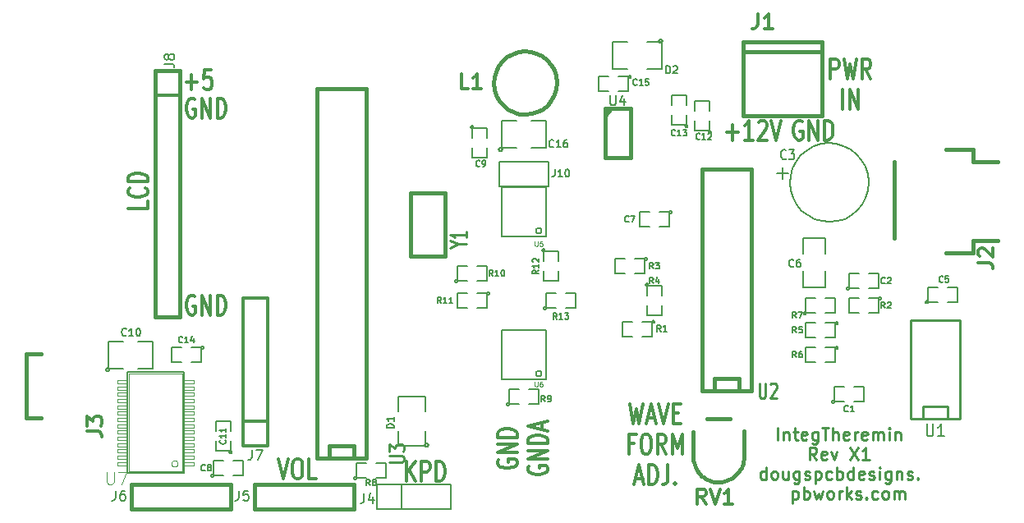
<source format=gto>
G04 (created by PCBNEW-RS274X (2011-05-25)-stable) date Tue 26 Feb 2013 08:14:21 PM EST*
G01*
G70*
G90*
%MOIN*%
G04 Gerber Fmt 3.4, Leading zero omitted, Abs format*
%FSLAX34Y34*%
G04 APERTURE LIST*
%ADD10C,0.006000*%
%ADD11C,0.012000*%
%ADD12C,0.010000*%
%ADD13C,0.005000*%
%ADD14C,0.015000*%
%ADD15C,0.008000*%
%ADD16C,0.002600*%
%ADD17C,0.002000*%
%ADD18C,0.003000*%
%ADD19C,0.010700*%
%ADD20C,0.011300*%
%ADD21C,0.003900*%
%ADD22C,0.003500*%
G04 APERTURE END LIST*
G54D10*
G54D11*
X46743Y-34512D02*
X46686Y-34474D01*
X46600Y-34474D01*
X46515Y-34512D01*
X46457Y-34588D01*
X46429Y-34664D01*
X46400Y-34817D01*
X46400Y-34931D01*
X46429Y-35083D01*
X46457Y-35160D01*
X46515Y-35236D01*
X46600Y-35274D01*
X46657Y-35274D01*
X46743Y-35236D01*
X46772Y-35198D01*
X46772Y-34931D01*
X46657Y-34931D01*
X47029Y-35274D02*
X47029Y-34474D01*
X47372Y-35274D01*
X47372Y-34474D01*
X47658Y-35274D02*
X47658Y-34474D01*
X47801Y-34474D01*
X47886Y-34512D01*
X47944Y-34588D01*
X47972Y-34664D01*
X48001Y-34817D01*
X48001Y-34931D01*
X47972Y-35083D01*
X47944Y-35160D01*
X47886Y-35236D01*
X47801Y-35274D01*
X47658Y-35274D01*
X72550Y-33674D02*
X72550Y-32874D01*
X72778Y-32874D01*
X72836Y-32912D01*
X72864Y-32950D01*
X72893Y-33026D01*
X72893Y-33140D01*
X72864Y-33217D01*
X72836Y-33255D01*
X72778Y-33293D01*
X72550Y-33293D01*
X73093Y-32874D02*
X73236Y-33674D01*
X73350Y-33102D01*
X73464Y-33674D01*
X73607Y-32874D01*
X74179Y-33674D02*
X73979Y-33293D01*
X73836Y-33674D02*
X73836Y-32874D01*
X74064Y-32874D01*
X74122Y-32912D01*
X74150Y-32950D01*
X74179Y-33026D01*
X74179Y-33140D01*
X74150Y-33217D01*
X74122Y-33255D01*
X74064Y-33293D01*
X73836Y-33293D01*
X73036Y-34914D02*
X73036Y-34114D01*
X73322Y-34914D02*
X73322Y-34114D01*
X73665Y-34914D01*
X73665Y-34114D01*
X46743Y-42512D02*
X46686Y-42474D01*
X46600Y-42474D01*
X46515Y-42512D01*
X46457Y-42588D01*
X46429Y-42664D01*
X46400Y-42817D01*
X46400Y-42931D01*
X46429Y-43083D01*
X46457Y-43160D01*
X46515Y-43236D01*
X46600Y-43274D01*
X46657Y-43274D01*
X46743Y-43236D01*
X46772Y-43198D01*
X46772Y-42931D01*
X46657Y-42931D01*
X47029Y-43274D02*
X47029Y-42474D01*
X47372Y-43274D01*
X47372Y-42474D01*
X47658Y-43274D02*
X47658Y-42474D01*
X47801Y-42474D01*
X47886Y-42512D01*
X47944Y-42588D01*
X47972Y-42664D01*
X48001Y-42817D01*
X48001Y-42931D01*
X47972Y-43083D01*
X47944Y-43160D01*
X47886Y-43236D01*
X47801Y-43274D01*
X47658Y-43274D01*
X46386Y-33819D02*
X46843Y-33819D01*
X46614Y-34124D02*
X46614Y-33514D01*
X47415Y-33324D02*
X47129Y-33324D01*
X47100Y-33705D01*
X47129Y-33667D01*
X47186Y-33629D01*
X47329Y-33629D01*
X47386Y-33667D01*
X47415Y-33705D01*
X47443Y-33781D01*
X47443Y-33971D01*
X47415Y-34048D01*
X47386Y-34086D01*
X47329Y-34124D01*
X47186Y-34124D01*
X47129Y-34086D01*
X47100Y-34048D01*
X64408Y-46874D02*
X64551Y-47674D01*
X64665Y-47102D01*
X64779Y-47674D01*
X64922Y-46874D01*
X65122Y-47445D02*
X65408Y-47445D01*
X65065Y-47674D02*
X65265Y-46874D01*
X65465Y-47674D01*
X65579Y-46874D02*
X65779Y-47674D01*
X65979Y-46874D01*
X66179Y-47255D02*
X66379Y-47255D01*
X66465Y-47674D02*
X66179Y-47674D01*
X66179Y-46874D01*
X66465Y-46874D01*
X64579Y-48495D02*
X64379Y-48495D01*
X64379Y-48914D02*
X64379Y-48114D01*
X64665Y-48114D01*
X65007Y-48114D02*
X65121Y-48114D01*
X65179Y-48152D01*
X65236Y-48228D01*
X65264Y-48380D01*
X65264Y-48647D01*
X65236Y-48800D01*
X65179Y-48876D01*
X65121Y-48914D01*
X65007Y-48914D01*
X64950Y-48876D01*
X64893Y-48800D01*
X64864Y-48647D01*
X64864Y-48380D01*
X64893Y-48228D01*
X64950Y-48152D01*
X65007Y-48114D01*
X65865Y-48914D02*
X65665Y-48533D01*
X65522Y-48914D02*
X65522Y-48114D01*
X65750Y-48114D01*
X65808Y-48152D01*
X65836Y-48190D01*
X65865Y-48266D01*
X65865Y-48380D01*
X65836Y-48457D01*
X65808Y-48495D01*
X65750Y-48533D01*
X65522Y-48533D01*
X66122Y-48914D02*
X66122Y-48114D01*
X66322Y-48685D01*
X66522Y-48114D01*
X66522Y-48914D01*
X64636Y-49925D02*
X64922Y-49925D01*
X64579Y-50154D02*
X64779Y-49354D01*
X64979Y-50154D01*
X65179Y-50154D02*
X65179Y-49354D01*
X65322Y-49354D01*
X65407Y-49392D01*
X65465Y-49468D01*
X65493Y-49544D01*
X65522Y-49697D01*
X65522Y-49811D01*
X65493Y-49963D01*
X65465Y-50040D01*
X65407Y-50116D01*
X65322Y-50154D01*
X65179Y-50154D01*
X65950Y-49354D02*
X65950Y-49925D01*
X65922Y-50040D01*
X65865Y-50116D01*
X65779Y-50154D01*
X65722Y-50154D01*
X66236Y-50078D02*
X66264Y-50116D01*
X66236Y-50154D01*
X66207Y-50116D01*
X66236Y-50078D01*
X66236Y-50154D01*
X59062Y-49157D02*
X59024Y-49214D01*
X59024Y-49300D01*
X59062Y-49385D01*
X59138Y-49443D01*
X59214Y-49471D01*
X59367Y-49500D01*
X59481Y-49500D01*
X59633Y-49471D01*
X59710Y-49443D01*
X59786Y-49385D01*
X59824Y-49300D01*
X59824Y-49243D01*
X59786Y-49157D01*
X59748Y-49128D01*
X59481Y-49128D01*
X59481Y-49243D01*
X59824Y-48871D02*
X59024Y-48871D01*
X59824Y-48528D01*
X59024Y-48528D01*
X59824Y-48242D02*
X59024Y-48242D01*
X59024Y-48099D01*
X59062Y-48014D01*
X59138Y-47956D01*
X59214Y-47928D01*
X59367Y-47899D01*
X59481Y-47899D01*
X59633Y-47928D01*
X59710Y-47956D01*
X59786Y-48014D01*
X59824Y-48099D01*
X59824Y-48242D01*
X60302Y-49414D02*
X60264Y-49471D01*
X60264Y-49557D01*
X60302Y-49642D01*
X60378Y-49700D01*
X60454Y-49728D01*
X60607Y-49757D01*
X60721Y-49757D01*
X60873Y-49728D01*
X60950Y-49700D01*
X61026Y-49642D01*
X61064Y-49557D01*
X61064Y-49500D01*
X61026Y-49414D01*
X60988Y-49385D01*
X60721Y-49385D01*
X60721Y-49500D01*
X61064Y-49128D02*
X60264Y-49128D01*
X61064Y-48785D01*
X60264Y-48785D01*
X61064Y-48499D02*
X60264Y-48499D01*
X60264Y-48356D01*
X60302Y-48271D01*
X60378Y-48213D01*
X60454Y-48185D01*
X60607Y-48156D01*
X60721Y-48156D01*
X60873Y-48185D01*
X60950Y-48213D01*
X61026Y-48271D01*
X61064Y-48356D01*
X61064Y-48499D01*
X60835Y-47928D02*
X60835Y-47642D01*
X61064Y-47985D02*
X60264Y-47785D01*
X61064Y-47585D01*
X44824Y-38664D02*
X44824Y-38950D01*
X44024Y-38950D01*
X44748Y-38121D02*
X44786Y-38150D01*
X44824Y-38236D01*
X44824Y-38293D01*
X44786Y-38378D01*
X44710Y-38436D01*
X44633Y-38464D01*
X44481Y-38493D01*
X44367Y-38493D01*
X44214Y-38464D01*
X44138Y-38436D01*
X44062Y-38378D01*
X44024Y-38293D01*
X44024Y-38236D01*
X44062Y-38150D01*
X44100Y-38121D01*
X44824Y-37864D02*
X44024Y-37864D01*
X44024Y-37721D01*
X44062Y-37636D01*
X44138Y-37578D01*
X44214Y-37550D01*
X44367Y-37521D01*
X44481Y-37521D01*
X44633Y-37550D01*
X44710Y-37578D01*
X44786Y-37636D01*
X44824Y-37721D01*
X44824Y-37864D01*
X55343Y-50024D02*
X55343Y-49224D01*
X55686Y-50024D02*
X55429Y-49567D01*
X55686Y-49224D02*
X55343Y-49681D01*
X55943Y-50024D02*
X55943Y-49224D01*
X56171Y-49224D01*
X56229Y-49262D01*
X56257Y-49300D01*
X56286Y-49376D01*
X56286Y-49490D01*
X56257Y-49567D01*
X56229Y-49605D01*
X56171Y-49643D01*
X55943Y-49643D01*
X56543Y-50024D02*
X56543Y-49224D01*
X56686Y-49224D01*
X56771Y-49262D01*
X56829Y-49338D01*
X56857Y-49414D01*
X56886Y-49567D01*
X56886Y-49681D01*
X56857Y-49833D01*
X56829Y-49910D01*
X56771Y-49986D01*
X56686Y-50024D01*
X56543Y-50024D01*
X50143Y-49124D02*
X50343Y-49924D01*
X50543Y-49124D01*
X50857Y-49124D02*
X50971Y-49124D01*
X51029Y-49162D01*
X51086Y-49238D01*
X51114Y-49390D01*
X51114Y-49657D01*
X51086Y-49810D01*
X51029Y-49886D01*
X50971Y-49924D01*
X50857Y-49924D01*
X50800Y-49886D01*
X50743Y-49810D01*
X50714Y-49657D01*
X50714Y-49390D01*
X50743Y-49238D01*
X50800Y-49162D01*
X50857Y-49124D01*
X51658Y-49924D02*
X51372Y-49924D01*
X51372Y-49124D01*
X71393Y-35412D02*
X71336Y-35374D01*
X71250Y-35374D01*
X71165Y-35412D01*
X71107Y-35488D01*
X71079Y-35564D01*
X71050Y-35717D01*
X71050Y-35831D01*
X71079Y-35983D01*
X71107Y-36060D01*
X71165Y-36136D01*
X71250Y-36174D01*
X71307Y-36174D01*
X71393Y-36136D01*
X71422Y-36098D01*
X71422Y-35831D01*
X71307Y-35831D01*
X71679Y-36174D02*
X71679Y-35374D01*
X72022Y-36174D01*
X72022Y-35374D01*
X72308Y-36174D02*
X72308Y-35374D01*
X72451Y-35374D01*
X72536Y-35412D01*
X72594Y-35488D01*
X72622Y-35564D01*
X72651Y-35717D01*
X72651Y-35831D01*
X72622Y-35983D01*
X72594Y-36060D01*
X72536Y-36136D01*
X72451Y-36174D01*
X72308Y-36174D01*
X68344Y-35869D02*
X68801Y-35869D01*
X68572Y-36174D02*
X68572Y-35564D01*
X69401Y-36174D02*
X69058Y-36174D01*
X69230Y-36174D02*
X69230Y-35374D01*
X69173Y-35488D01*
X69115Y-35564D01*
X69058Y-35602D01*
X69629Y-35450D02*
X69658Y-35412D01*
X69715Y-35374D01*
X69858Y-35374D01*
X69915Y-35412D01*
X69944Y-35450D01*
X69972Y-35526D01*
X69972Y-35602D01*
X69944Y-35717D01*
X69601Y-36174D01*
X69972Y-36174D01*
X70143Y-35374D02*
X70343Y-36174D01*
X70543Y-35374D01*
G54D12*
X70412Y-48352D02*
X70412Y-47852D01*
X70650Y-48019D02*
X70650Y-48352D01*
X70650Y-48067D02*
X70674Y-48043D01*
X70721Y-48019D01*
X70793Y-48019D01*
X70841Y-48043D01*
X70864Y-48090D01*
X70864Y-48352D01*
X71031Y-48019D02*
X71221Y-48019D01*
X71102Y-47852D02*
X71102Y-48281D01*
X71126Y-48329D01*
X71173Y-48352D01*
X71221Y-48352D01*
X71579Y-48329D02*
X71531Y-48352D01*
X71436Y-48352D01*
X71388Y-48329D01*
X71364Y-48281D01*
X71364Y-48090D01*
X71388Y-48043D01*
X71436Y-48019D01*
X71531Y-48019D01*
X71579Y-48043D01*
X71602Y-48090D01*
X71602Y-48138D01*
X71364Y-48186D01*
X72031Y-48019D02*
X72031Y-48424D01*
X72008Y-48471D01*
X71984Y-48495D01*
X71936Y-48519D01*
X71865Y-48519D01*
X71817Y-48495D01*
X72031Y-48329D02*
X71984Y-48352D01*
X71888Y-48352D01*
X71841Y-48329D01*
X71817Y-48305D01*
X71793Y-48257D01*
X71793Y-48114D01*
X71817Y-48067D01*
X71841Y-48043D01*
X71888Y-48019D01*
X71984Y-48019D01*
X72031Y-48043D01*
X72198Y-47852D02*
X72483Y-47852D01*
X72340Y-48352D02*
X72340Y-47852D01*
X72650Y-48352D02*
X72650Y-47852D01*
X72864Y-48352D02*
X72864Y-48090D01*
X72841Y-48043D01*
X72793Y-48019D01*
X72721Y-48019D01*
X72674Y-48043D01*
X72650Y-48067D01*
X73293Y-48329D02*
X73245Y-48352D01*
X73150Y-48352D01*
X73102Y-48329D01*
X73078Y-48281D01*
X73078Y-48090D01*
X73102Y-48043D01*
X73150Y-48019D01*
X73245Y-48019D01*
X73293Y-48043D01*
X73316Y-48090D01*
X73316Y-48138D01*
X73078Y-48186D01*
X73531Y-48352D02*
X73531Y-48019D01*
X73531Y-48114D02*
X73555Y-48067D01*
X73579Y-48043D01*
X73626Y-48019D01*
X73674Y-48019D01*
X74032Y-48329D02*
X73984Y-48352D01*
X73889Y-48352D01*
X73841Y-48329D01*
X73817Y-48281D01*
X73817Y-48090D01*
X73841Y-48043D01*
X73889Y-48019D01*
X73984Y-48019D01*
X74032Y-48043D01*
X74055Y-48090D01*
X74055Y-48138D01*
X73817Y-48186D01*
X74270Y-48352D02*
X74270Y-48019D01*
X74270Y-48067D02*
X74294Y-48043D01*
X74341Y-48019D01*
X74413Y-48019D01*
X74461Y-48043D01*
X74484Y-48090D01*
X74484Y-48352D01*
X74484Y-48090D02*
X74508Y-48043D01*
X74556Y-48019D01*
X74627Y-48019D01*
X74675Y-48043D01*
X74699Y-48090D01*
X74699Y-48352D01*
X74937Y-48352D02*
X74937Y-48019D01*
X74937Y-47852D02*
X74913Y-47876D01*
X74937Y-47900D01*
X74961Y-47876D01*
X74937Y-47852D01*
X74937Y-47900D01*
X75175Y-48019D02*
X75175Y-48352D01*
X75175Y-48067D02*
X75199Y-48043D01*
X75246Y-48019D01*
X75318Y-48019D01*
X75366Y-48043D01*
X75389Y-48090D01*
X75389Y-48352D01*
X71984Y-49152D02*
X71817Y-48914D01*
X71698Y-49152D02*
X71698Y-48652D01*
X71889Y-48652D01*
X71936Y-48676D01*
X71960Y-48700D01*
X71984Y-48748D01*
X71984Y-48819D01*
X71960Y-48867D01*
X71936Y-48890D01*
X71889Y-48914D01*
X71698Y-48914D01*
X72389Y-49129D02*
X72341Y-49152D01*
X72246Y-49152D01*
X72198Y-49129D01*
X72174Y-49081D01*
X72174Y-48890D01*
X72198Y-48843D01*
X72246Y-48819D01*
X72341Y-48819D01*
X72389Y-48843D01*
X72412Y-48890D01*
X72412Y-48938D01*
X72174Y-48986D01*
X72579Y-48819D02*
X72698Y-49152D01*
X72818Y-48819D01*
X73341Y-48652D02*
X73675Y-49152D01*
X73675Y-48652D02*
X73341Y-49152D01*
X74127Y-49152D02*
X73841Y-49152D01*
X73984Y-49152D02*
X73984Y-48652D01*
X73936Y-48724D01*
X73889Y-48771D01*
X73841Y-48795D01*
X69925Y-49952D02*
X69925Y-49452D01*
X69925Y-49929D02*
X69878Y-49952D01*
X69782Y-49952D01*
X69735Y-49929D01*
X69711Y-49905D01*
X69687Y-49857D01*
X69687Y-49714D01*
X69711Y-49667D01*
X69735Y-49643D01*
X69782Y-49619D01*
X69878Y-49619D01*
X69925Y-49643D01*
X70234Y-49952D02*
X70187Y-49929D01*
X70163Y-49905D01*
X70139Y-49857D01*
X70139Y-49714D01*
X70163Y-49667D01*
X70187Y-49643D01*
X70234Y-49619D01*
X70306Y-49619D01*
X70354Y-49643D01*
X70377Y-49667D01*
X70401Y-49714D01*
X70401Y-49857D01*
X70377Y-49905D01*
X70354Y-49929D01*
X70306Y-49952D01*
X70234Y-49952D01*
X70829Y-49619D02*
X70829Y-49952D01*
X70615Y-49619D02*
X70615Y-49881D01*
X70639Y-49929D01*
X70686Y-49952D01*
X70758Y-49952D01*
X70806Y-49929D01*
X70829Y-49905D01*
X71281Y-49619D02*
X71281Y-50024D01*
X71258Y-50071D01*
X71234Y-50095D01*
X71186Y-50119D01*
X71115Y-50119D01*
X71067Y-50095D01*
X71281Y-49929D02*
X71234Y-49952D01*
X71138Y-49952D01*
X71091Y-49929D01*
X71067Y-49905D01*
X71043Y-49857D01*
X71043Y-49714D01*
X71067Y-49667D01*
X71091Y-49643D01*
X71138Y-49619D01*
X71234Y-49619D01*
X71281Y-49643D01*
X71495Y-49929D02*
X71543Y-49952D01*
X71638Y-49952D01*
X71686Y-49929D01*
X71710Y-49881D01*
X71710Y-49857D01*
X71686Y-49810D01*
X71638Y-49786D01*
X71567Y-49786D01*
X71519Y-49762D01*
X71495Y-49714D01*
X71495Y-49690D01*
X71519Y-49643D01*
X71567Y-49619D01*
X71638Y-49619D01*
X71686Y-49643D01*
X71924Y-49619D02*
X71924Y-50119D01*
X71924Y-49643D02*
X71972Y-49619D01*
X72067Y-49619D01*
X72115Y-49643D01*
X72138Y-49667D01*
X72162Y-49714D01*
X72162Y-49857D01*
X72138Y-49905D01*
X72115Y-49929D01*
X72067Y-49952D01*
X71972Y-49952D01*
X71924Y-49929D01*
X72590Y-49929D02*
X72543Y-49952D01*
X72447Y-49952D01*
X72400Y-49929D01*
X72376Y-49905D01*
X72352Y-49857D01*
X72352Y-49714D01*
X72376Y-49667D01*
X72400Y-49643D01*
X72447Y-49619D01*
X72543Y-49619D01*
X72590Y-49643D01*
X72805Y-49952D02*
X72805Y-49452D01*
X72805Y-49643D02*
X72853Y-49619D01*
X72948Y-49619D01*
X72996Y-49643D01*
X73019Y-49667D01*
X73043Y-49714D01*
X73043Y-49857D01*
X73019Y-49905D01*
X72996Y-49929D01*
X72948Y-49952D01*
X72853Y-49952D01*
X72805Y-49929D01*
X73471Y-49952D02*
X73471Y-49452D01*
X73471Y-49929D02*
X73424Y-49952D01*
X73328Y-49952D01*
X73281Y-49929D01*
X73257Y-49905D01*
X73233Y-49857D01*
X73233Y-49714D01*
X73257Y-49667D01*
X73281Y-49643D01*
X73328Y-49619D01*
X73424Y-49619D01*
X73471Y-49643D01*
X73900Y-49929D02*
X73852Y-49952D01*
X73757Y-49952D01*
X73709Y-49929D01*
X73685Y-49881D01*
X73685Y-49690D01*
X73709Y-49643D01*
X73757Y-49619D01*
X73852Y-49619D01*
X73900Y-49643D01*
X73923Y-49690D01*
X73923Y-49738D01*
X73685Y-49786D01*
X74114Y-49929D02*
X74162Y-49952D01*
X74257Y-49952D01*
X74305Y-49929D01*
X74329Y-49881D01*
X74329Y-49857D01*
X74305Y-49810D01*
X74257Y-49786D01*
X74186Y-49786D01*
X74138Y-49762D01*
X74114Y-49714D01*
X74114Y-49690D01*
X74138Y-49643D01*
X74186Y-49619D01*
X74257Y-49619D01*
X74305Y-49643D01*
X74543Y-49952D02*
X74543Y-49619D01*
X74543Y-49452D02*
X74519Y-49476D01*
X74543Y-49500D01*
X74567Y-49476D01*
X74543Y-49452D01*
X74543Y-49500D01*
X74995Y-49619D02*
X74995Y-50024D01*
X74972Y-50071D01*
X74948Y-50095D01*
X74900Y-50119D01*
X74829Y-50119D01*
X74781Y-50095D01*
X74995Y-49929D02*
X74948Y-49952D01*
X74852Y-49952D01*
X74805Y-49929D01*
X74781Y-49905D01*
X74757Y-49857D01*
X74757Y-49714D01*
X74781Y-49667D01*
X74805Y-49643D01*
X74852Y-49619D01*
X74948Y-49619D01*
X74995Y-49643D01*
X75233Y-49619D02*
X75233Y-49952D01*
X75233Y-49667D02*
X75257Y-49643D01*
X75304Y-49619D01*
X75376Y-49619D01*
X75424Y-49643D01*
X75447Y-49690D01*
X75447Y-49952D01*
X75661Y-49929D02*
X75709Y-49952D01*
X75804Y-49952D01*
X75852Y-49929D01*
X75876Y-49881D01*
X75876Y-49857D01*
X75852Y-49810D01*
X75804Y-49786D01*
X75733Y-49786D01*
X75685Y-49762D01*
X75661Y-49714D01*
X75661Y-49690D01*
X75685Y-49643D01*
X75733Y-49619D01*
X75804Y-49619D01*
X75852Y-49643D01*
X76090Y-49905D02*
X76114Y-49929D01*
X76090Y-49952D01*
X76066Y-49929D01*
X76090Y-49905D01*
X76090Y-49952D01*
X71007Y-50419D02*
X71007Y-50919D01*
X71007Y-50443D02*
X71055Y-50419D01*
X71150Y-50419D01*
X71198Y-50443D01*
X71221Y-50467D01*
X71245Y-50514D01*
X71245Y-50657D01*
X71221Y-50705D01*
X71198Y-50729D01*
X71150Y-50752D01*
X71055Y-50752D01*
X71007Y-50729D01*
X71459Y-50752D02*
X71459Y-50252D01*
X71459Y-50443D02*
X71507Y-50419D01*
X71602Y-50419D01*
X71650Y-50443D01*
X71673Y-50467D01*
X71697Y-50514D01*
X71697Y-50657D01*
X71673Y-50705D01*
X71650Y-50729D01*
X71602Y-50752D01*
X71507Y-50752D01*
X71459Y-50729D01*
X71863Y-50419D02*
X71959Y-50752D01*
X72054Y-50514D01*
X72149Y-50752D01*
X72244Y-50419D01*
X72506Y-50752D02*
X72459Y-50729D01*
X72435Y-50705D01*
X72411Y-50657D01*
X72411Y-50514D01*
X72435Y-50467D01*
X72459Y-50443D01*
X72506Y-50419D01*
X72578Y-50419D01*
X72626Y-50443D01*
X72649Y-50467D01*
X72673Y-50514D01*
X72673Y-50657D01*
X72649Y-50705D01*
X72626Y-50729D01*
X72578Y-50752D01*
X72506Y-50752D01*
X72887Y-50752D02*
X72887Y-50419D01*
X72887Y-50514D02*
X72911Y-50467D01*
X72935Y-50443D01*
X72982Y-50419D01*
X73030Y-50419D01*
X73197Y-50752D02*
X73197Y-50252D01*
X73245Y-50562D02*
X73388Y-50752D01*
X73388Y-50419D02*
X73197Y-50610D01*
X73578Y-50729D02*
X73626Y-50752D01*
X73721Y-50752D01*
X73769Y-50729D01*
X73793Y-50681D01*
X73793Y-50657D01*
X73769Y-50610D01*
X73721Y-50586D01*
X73650Y-50586D01*
X73602Y-50562D01*
X73578Y-50514D01*
X73578Y-50490D01*
X73602Y-50443D01*
X73650Y-50419D01*
X73721Y-50419D01*
X73769Y-50443D01*
X74007Y-50705D02*
X74031Y-50729D01*
X74007Y-50752D01*
X73983Y-50729D01*
X74007Y-50705D01*
X74007Y-50752D01*
X74459Y-50729D02*
X74412Y-50752D01*
X74316Y-50752D01*
X74269Y-50729D01*
X74245Y-50705D01*
X74221Y-50657D01*
X74221Y-50514D01*
X74245Y-50467D01*
X74269Y-50443D01*
X74316Y-50419D01*
X74412Y-50419D01*
X74459Y-50443D01*
X74745Y-50752D02*
X74698Y-50729D01*
X74674Y-50705D01*
X74650Y-50657D01*
X74650Y-50514D01*
X74674Y-50467D01*
X74698Y-50443D01*
X74745Y-50419D01*
X74817Y-50419D01*
X74865Y-50443D01*
X74888Y-50467D01*
X74912Y-50514D01*
X74912Y-50657D01*
X74888Y-50705D01*
X74865Y-50729D01*
X74817Y-50752D01*
X74745Y-50752D01*
X75126Y-50752D02*
X75126Y-50419D01*
X75126Y-50467D02*
X75150Y-50443D01*
X75197Y-50419D01*
X75269Y-50419D01*
X75317Y-50443D01*
X75340Y-50490D01*
X75340Y-50752D01*
X75340Y-50490D02*
X75364Y-50443D01*
X75412Y-50419D01*
X75483Y-50419D01*
X75531Y-50443D01*
X75555Y-50490D01*
X75555Y-50752D01*
G54D13*
X71450Y-42150D02*
X72350Y-42150D01*
X72350Y-42150D02*
X72350Y-41500D01*
X71450Y-40800D02*
X71450Y-40150D01*
X71450Y-40150D02*
X72350Y-40150D01*
X72350Y-40150D02*
X72350Y-40800D01*
X71450Y-41500D02*
X71450Y-42150D01*
X53300Y-49900D02*
X53299Y-49909D01*
X53296Y-49919D01*
X53291Y-49927D01*
X53285Y-49935D01*
X53277Y-49941D01*
X53269Y-49946D01*
X53260Y-49948D01*
X53250Y-49949D01*
X53241Y-49949D01*
X53232Y-49946D01*
X53223Y-49941D01*
X53216Y-49935D01*
X53209Y-49928D01*
X53205Y-49919D01*
X53202Y-49910D01*
X53201Y-49900D01*
X53201Y-49891D01*
X53204Y-49882D01*
X53208Y-49873D01*
X53215Y-49866D01*
X53222Y-49859D01*
X53230Y-49855D01*
X53240Y-49852D01*
X53249Y-49851D01*
X53258Y-49851D01*
X53268Y-49854D01*
X53276Y-49858D01*
X53284Y-49864D01*
X53290Y-49872D01*
X53295Y-49880D01*
X53298Y-49889D01*
X53299Y-49899D01*
X53300Y-49900D01*
X53700Y-49900D02*
X53300Y-49900D01*
X53300Y-49900D02*
X53300Y-49300D01*
X53300Y-49300D02*
X53700Y-49300D01*
X54100Y-49300D02*
X54500Y-49300D01*
X54500Y-49300D02*
X54500Y-49900D01*
X54500Y-49900D02*
X54100Y-49900D01*
X60950Y-40650D02*
X60949Y-40659D01*
X60946Y-40669D01*
X60941Y-40677D01*
X60935Y-40685D01*
X60927Y-40691D01*
X60919Y-40696D01*
X60910Y-40698D01*
X60900Y-40699D01*
X60891Y-40699D01*
X60882Y-40696D01*
X60873Y-40691D01*
X60866Y-40685D01*
X60859Y-40678D01*
X60855Y-40669D01*
X60852Y-40660D01*
X60851Y-40650D01*
X60851Y-40641D01*
X60854Y-40632D01*
X60858Y-40623D01*
X60865Y-40616D01*
X60872Y-40609D01*
X60880Y-40605D01*
X60890Y-40602D01*
X60899Y-40601D01*
X60908Y-40601D01*
X60918Y-40604D01*
X60926Y-40608D01*
X60934Y-40614D01*
X60940Y-40622D01*
X60945Y-40630D01*
X60948Y-40639D01*
X60949Y-40649D01*
X60950Y-40650D01*
X60900Y-41100D02*
X60900Y-40700D01*
X60900Y-40700D02*
X61500Y-40700D01*
X61500Y-40700D02*
X61500Y-41100D01*
X61500Y-41500D02*
X61500Y-41900D01*
X61500Y-41900D02*
X60900Y-41900D01*
X60900Y-41900D02*
X60900Y-41500D01*
X58700Y-42400D02*
X58699Y-42409D01*
X58696Y-42419D01*
X58691Y-42427D01*
X58685Y-42435D01*
X58677Y-42441D01*
X58669Y-42446D01*
X58660Y-42448D01*
X58650Y-42449D01*
X58641Y-42449D01*
X58632Y-42446D01*
X58623Y-42441D01*
X58616Y-42435D01*
X58609Y-42428D01*
X58605Y-42419D01*
X58602Y-42410D01*
X58601Y-42400D01*
X58601Y-42391D01*
X58604Y-42382D01*
X58608Y-42373D01*
X58615Y-42366D01*
X58622Y-42359D01*
X58630Y-42355D01*
X58640Y-42352D01*
X58649Y-42351D01*
X58658Y-42351D01*
X58668Y-42354D01*
X58676Y-42358D01*
X58684Y-42364D01*
X58690Y-42372D01*
X58695Y-42380D01*
X58698Y-42389D01*
X58699Y-42399D01*
X58700Y-42400D01*
X58200Y-42400D02*
X58600Y-42400D01*
X58600Y-42400D02*
X58600Y-43000D01*
X58600Y-43000D02*
X58200Y-43000D01*
X57800Y-43000D02*
X57400Y-43000D01*
X57400Y-43000D02*
X57400Y-42400D01*
X57400Y-42400D02*
X57800Y-42400D01*
X57400Y-41900D02*
X57399Y-41909D01*
X57396Y-41919D01*
X57391Y-41927D01*
X57385Y-41935D01*
X57377Y-41941D01*
X57369Y-41946D01*
X57360Y-41948D01*
X57350Y-41949D01*
X57341Y-41949D01*
X57332Y-41946D01*
X57323Y-41941D01*
X57316Y-41935D01*
X57309Y-41928D01*
X57305Y-41919D01*
X57302Y-41910D01*
X57301Y-41900D01*
X57301Y-41891D01*
X57304Y-41882D01*
X57308Y-41873D01*
X57315Y-41866D01*
X57322Y-41859D01*
X57330Y-41855D01*
X57340Y-41852D01*
X57349Y-41851D01*
X57358Y-41851D01*
X57368Y-41854D01*
X57376Y-41858D01*
X57384Y-41864D01*
X57390Y-41872D01*
X57395Y-41880D01*
X57398Y-41889D01*
X57399Y-41899D01*
X57400Y-41900D01*
X57800Y-41900D02*
X57400Y-41900D01*
X57400Y-41900D02*
X57400Y-41300D01*
X57400Y-41300D02*
X57800Y-41300D01*
X58200Y-41300D02*
X58600Y-41300D01*
X58600Y-41300D02*
X58600Y-41900D01*
X58600Y-41900D02*
X58200Y-41900D01*
X59500Y-46900D02*
X59499Y-46909D01*
X59496Y-46919D01*
X59491Y-46927D01*
X59485Y-46935D01*
X59477Y-46941D01*
X59469Y-46946D01*
X59460Y-46948D01*
X59450Y-46949D01*
X59441Y-46949D01*
X59432Y-46946D01*
X59423Y-46941D01*
X59416Y-46935D01*
X59409Y-46928D01*
X59405Y-46919D01*
X59402Y-46910D01*
X59401Y-46900D01*
X59401Y-46891D01*
X59404Y-46882D01*
X59408Y-46873D01*
X59415Y-46866D01*
X59422Y-46859D01*
X59430Y-46855D01*
X59440Y-46852D01*
X59449Y-46851D01*
X59458Y-46851D01*
X59468Y-46854D01*
X59476Y-46858D01*
X59484Y-46864D01*
X59490Y-46872D01*
X59495Y-46880D01*
X59498Y-46889D01*
X59499Y-46899D01*
X59500Y-46900D01*
X59900Y-46900D02*
X59500Y-46900D01*
X59500Y-46900D02*
X59500Y-46300D01*
X59500Y-46300D02*
X59900Y-46300D01*
X60300Y-46300D02*
X60700Y-46300D01*
X60700Y-46300D02*
X60700Y-46900D01*
X60700Y-46900D02*
X60300Y-46900D01*
X65150Y-42050D02*
X65149Y-42059D01*
X65146Y-42069D01*
X65141Y-42077D01*
X65135Y-42085D01*
X65127Y-42091D01*
X65119Y-42096D01*
X65110Y-42098D01*
X65100Y-42099D01*
X65091Y-42099D01*
X65082Y-42096D01*
X65073Y-42091D01*
X65066Y-42085D01*
X65059Y-42078D01*
X65055Y-42069D01*
X65052Y-42060D01*
X65051Y-42050D01*
X65051Y-42041D01*
X65054Y-42032D01*
X65058Y-42023D01*
X65065Y-42016D01*
X65072Y-42009D01*
X65080Y-42005D01*
X65090Y-42002D01*
X65099Y-42001D01*
X65108Y-42001D01*
X65118Y-42004D01*
X65126Y-42008D01*
X65134Y-42014D01*
X65140Y-42022D01*
X65145Y-42030D01*
X65148Y-42039D01*
X65149Y-42049D01*
X65150Y-42050D01*
X65100Y-42500D02*
X65100Y-42100D01*
X65100Y-42100D02*
X65700Y-42100D01*
X65700Y-42100D02*
X65700Y-42500D01*
X65700Y-42900D02*
X65700Y-43300D01*
X65700Y-43300D02*
X65100Y-43300D01*
X65100Y-43300D02*
X65100Y-42900D01*
X71550Y-43200D02*
X71549Y-43209D01*
X71546Y-43219D01*
X71541Y-43227D01*
X71535Y-43235D01*
X71527Y-43241D01*
X71519Y-43246D01*
X71510Y-43248D01*
X71500Y-43249D01*
X71491Y-43249D01*
X71482Y-43246D01*
X71473Y-43241D01*
X71466Y-43235D01*
X71459Y-43228D01*
X71455Y-43219D01*
X71452Y-43210D01*
X71451Y-43200D01*
X71451Y-43191D01*
X71454Y-43182D01*
X71458Y-43173D01*
X71465Y-43166D01*
X71472Y-43159D01*
X71480Y-43155D01*
X71490Y-43152D01*
X71499Y-43151D01*
X71508Y-43151D01*
X71518Y-43154D01*
X71526Y-43158D01*
X71534Y-43164D01*
X71540Y-43172D01*
X71545Y-43180D01*
X71548Y-43189D01*
X71549Y-43199D01*
X71550Y-43200D01*
X71950Y-43200D02*
X71550Y-43200D01*
X71550Y-43200D02*
X71550Y-42600D01*
X71550Y-42600D02*
X71950Y-42600D01*
X72350Y-42600D02*
X72750Y-42600D01*
X72750Y-42600D02*
X72750Y-43200D01*
X72750Y-43200D02*
X72350Y-43200D01*
X72850Y-44600D02*
X72849Y-44609D01*
X72846Y-44619D01*
X72841Y-44627D01*
X72835Y-44635D01*
X72827Y-44641D01*
X72819Y-44646D01*
X72810Y-44648D01*
X72800Y-44649D01*
X72791Y-44649D01*
X72782Y-44646D01*
X72773Y-44641D01*
X72766Y-44635D01*
X72759Y-44628D01*
X72755Y-44619D01*
X72752Y-44610D01*
X72751Y-44600D01*
X72751Y-44591D01*
X72754Y-44582D01*
X72758Y-44573D01*
X72765Y-44566D01*
X72772Y-44559D01*
X72780Y-44555D01*
X72790Y-44552D01*
X72799Y-44551D01*
X72808Y-44551D01*
X72818Y-44554D01*
X72826Y-44558D01*
X72834Y-44564D01*
X72840Y-44572D01*
X72845Y-44580D01*
X72848Y-44589D01*
X72849Y-44599D01*
X72850Y-44600D01*
X72350Y-44600D02*
X72750Y-44600D01*
X72750Y-44600D02*
X72750Y-45200D01*
X72750Y-45200D02*
X72350Y-45200D01*
X71950Y-45200D02*
X71550Y-45200D01*
X71550Y-45200D02*
X71550Y-44600D01*
X71550Y-44600D02*
X71950Y-44600D01*
X72850Y-43600D02*
X72849Y-43609D01*
X72846Y-43619D01*
X72841Y-43627D01*
X72835Y-43635D01*
X72827Y-43641D01*
X72819Y-43646D01*
X72810Y-43648D01*
X72800Y-43649D01*
X72791Y-43649D01*
X72782Y-43646D01*
X72773Y-43641D01*
X72766Y-43635D01*
X72759Y-43628D01*
X72755Y-43619D01*
X72752Y-43610D01*
X72751Y-43600D01*
X72751Y-43591D01*
X72754Y-43582D01*
X72758Y-43573D01*
X72765Y-43566D01*
X72772Y-43559D01*
X72780Y-43555D01*
X72790Y-43552D01*
X72799Y-43551D01*
X72808Y-43551D01*
X72818Y-43554D01*
X72826Y-43558D01*
X72834Y-43564D01*
X72840Y-43572D01*
X72845Y-43580D01*
X72848Y-43589D01*
X72849Y-43599D01*
X72850Y-43600D01*
X72350Y-43600D02*
X72750Y-43600D01*
X72750Y-43600D02*
X72750Y-44200D01*
X72750Y-44200D02*
X72350Y-44200D01*
X71950Y-44200D02*
X71550Y-44200D01*
X71550Y-44200D02*
X71550Y-43600D01*
X71550Y-43600D02*
X71950Y-43600D01*
X65400Y-43550D02*
X65399Y-43559D01*
X65396Y-43569D01*
X65391Y-43577D01*
X65385Y-43585D01*
X65377Y-43591D01*
X65369Y-43596D01*
X65360Y-43598D01*
X65350Y-43599D01*
X65341Y-43599D01*
X65332Y-43596D01*
X65323Y-43591D01*
X65316Y-43585D01*
X65309Y-43578D01*
X65305Y-43569D01*
X65302Y-43560D01*
X65301Y-43550D01*
X65301Y-43541D01*
X65304Y-43532D01*
X65308Y-43523D01*
X65315Y-43516D01*
X65322Y-43509D01*
X65330Y-43505D01*
X65340Y-43502D01*
X65349Y-43501D01*
X65358Y-43501D01*
X65368Y-43504D01*
X65376Y-43508D01*
X65384Y-43514D01*
X65390Y-43522D01*
X65395Y-43530D01*
X65398Y-43539D01*
X65399Y-43549D01*
X65400Y-43550D01*
X64900Y-43550D02*
X65300Y-43550D01*
X65300Y-43550D02*
X65300Y-44150D01*
X65300Y-44150D02*
X64900Y-44150D01*
X64500Y-44150D02*
X64100Y-44150D01*
X64100Y-44150D02*
X64100Y-43550D01*
X64100Y-43550D02*
X64500Y-43550D01*
X74600Y-42600D02*
X74599Y-42609D01*
X74596Y-42619D01*
X74591Y-42627D01*
X74585Y-42635D01*
X74577Y-42641D01*
X74569Y-42646D01*
X74560Y-42648D01*
X74550Y-42649D01*
X74541Y-42649D01*
X74532Y-42646D01*
X74523Y-42641D01*
X74516Y-42635D01*
X74509Y-42628D01*
X74505Y-42619D01*
X74502Y-42610D01*
X74501Y-42600D01*
X74501Y-42591D01*
X74504Y-42582D01*
X74508Y-42573D01*
X74515Y-42566D01*
X74522Y-42559D01*
X74530Y-42555D01*
X74540Y-42552D01*
X74549Y-42551D01*
X74558Y-42551D01*
X74568Y-42554D01*
X74576Y-42558D01*
X74584Y-42564D01*
X74590Y-42572D01*
X74595Y-42580D01*
X74598Y-42589D01*
X74599Y-42599D01*
X74600Y-42600D01*
X74100Y-42600D02*
X74500Y-42600D01*
X74500Y-42600D02*
X74500Y-43200D01*
X74500Y-43200D02*
X74100Y-43200D01*
X73700Y-43200D02*
X73300Y-43200D01*
X73300Y-43200D02*
X73300Y-42600D01*
X73300Y-42600D02*
X73700Y-42600D01*
X65100Y-41000D02*
X65099Y-41009D01*
X65096Y-41019D01*
X65091Y-41027D01*
X65085Y-41035D01*
X65077Y-41041D01*
X65069Y-41046D01*
X65060Y-41048D01*
X65050Y-41049D01*
X65041Y-41049D01*
X65032Y-41046D01*
X65023Y-41041D01*
X65016Y-41035D01*
X65009Y-41028D01*
X65005Y-41019D01*
X65002Y-41010D01*
X65001Y-41000D01*
X65001Y-40991D01*
X65004Y-40982D01*
X65008Y-40973D01*
X65015Y-40966D01*
X65022Y-40959D01*
X65030Y-40955D01*
X65040Y-40952D01*
X65049Y-40951D01*
X65058Y-40951D01*
X65068Y-40954D01*
X65076Y-40958D01*
X65084Y-40964D01*
X65090Y-40972D01*
X65095Y-40980D01*
X65098Y-40989D01*
X65099Y-40999D01*
X65100Y-41000D01*
X64600Y-41000D02*
X65000Y-41000D01*
X65000Y-41000D02*
X65000Y-41600D01*
X65000Y-41600D02*
X64600Y-41600D01*
X64200Y-41600D02*
X63800Y-41600D01*
X63800Y-41600D02*
X63800Y-41000D01*
X63800Y-41000D02*
X64200Y-41000D01*
X61000Y-43000D02*
X60999Y-43009D01*
X60996Y-43019D01*
X60991Y-43027D01*
X60985Y-43035D01*
X60977Y-43041D01*
X60969Y-43046D01*
X60960Y-43048D01*
X60950Y-43049D01*
X60941Y-43049D01*
X60932Y-43046D01*
X60923Y-43041D01*
X60916Y-43035D01*
X60909Y-43028D01*
X60905Y-43019D01*
X60902Y-43010D01*
X60901Y-43000D01*
X60901Y-42991D01*
X60904Y-42982D01*
X60908Y-42973D01*
X60915Y-42966D01*
X60922Y-42959D01*
X60930Y-42955D01*
X60940Y-42952D01*
X60949Y-42951D01*
X60958Y-42951D01*
X60968Y-42954D01*
X60976Y-42958D01*
X60984Y-42964D01*
X60990Y-42972D01*
X60995Y-42980D01*
X60998Y-42989D01*
X60999Y-42999D01*
X61000Y-43000D01*
X61400Y-43000D02*
X61000Y-43000D01*
X61000Y-43000D02*
X61000Y-42400D01*
X61000Y-42400D02*
X61400Y-42400D01*
X61800Y-42400D02*
X62200Y-42400D01*
X62200Y-42400D02*
X62200Y-43000D01*
X62200Y-43000D02*
X61800Y-43000D01*
X47100Y-44600D02*
X47099Y-44609D01*
X47096Y-44619D01*
X47091Y-44627D01*
X47085Y-44635D01*
X47077Y-44641D01*
X47069Y-44646D01*
X47060Y-44648D01*
X47050Y-44649D01*
X47041Y-44649D01*
X47032Y-44646D01*
X47023Y-44641D01*
X47016Y-44635D01*
X47009Y-44628D01*
X47005Y-44619D01*
X47002Y-44610D01*
X47001Y-44600D01*
X47001Y-44591D01*
X47004Y-44582D01*
X47008Y-44573D01*
X47015Y-44566D01*
X47022Y-44559D01*
X47030Y-44555D01*
X47040Y-44552D01*
X47049Y-44551D01*
X47058Y-44551D01*
X47068Y-44554D01*
X47076Y-44558D01*
X47084Y-44564D01*
X47090Y-44572D01*
X47095Y-44580D01*
X47098Y-44589D01*
X47099Y-44599D01*
X47100Y-44600D01*
X46600Y-44600D02*
X47000Y-44600D01*
X47000Y-44600D02*
X47000Y-45200D01*
X47000Y-45200D02*
X46600Y-45200D01*
X46200Y-45200D02*
X45800Y-45200D01*
X45800Y-45200D02*
X45800Y-44600D01*
X45800Y-44600D02*
X46200Y-44600D01*
X58050Y-35650D02*
X58049Y-35659D01*
X58046Y-35669D01*
X58041Y-35677D01*
X58035Y-35685D01*
X58027Y-35691D01*
X58019Y-35696D01*
X58010Y-35698D01*
X58000Y-35699D01*
X57991Y-35699D01*
X57982Y-35696D01*
X57973Y-35691D01*
X57966Y-35685D01*
X57959Y-35678D01*
X57955Y-35669D01*
X57952Y-35660D01*
X57951Y-35650D01*
X57951Y-35641D01*
X57954Y-35632D01*
X57958Y-35623D01*
X57965Y-35616D01*
X57972Y-35609D01*
X57980Y-35605D01*
X57990Y-35602D01*
X57999Y-35601D01*
X58008Y-35601D01*
X58018Y-35604D01*
X58026Y-35608D01*
X58034Y-35614D01*
X58040Y-35622D01*
X58045Y-35630D01*
X58048Y-35639D01*
X58049Y-35649D01*
X58050Y-35650D01*
X58000Y-36100D02*
X58000Y-35700D01*
X58000Y-35700D02*
X58600Y-35700D01*
X58600Y-35700D02*
X58600Y-36100D01*
X58600Y-36500D02*
X58600Y-36900D01*
X58600Y-36900D02*
X58000Y-36900D01*
X58000Y-36900D02*
X58000Y-36500D01*
X47500Y-49800D02*
X47499Y-49809D01*
X47496Y-49819D01*
X47491Y-49827D01*
X47485Y-49835D01*
X47477Y-49841D01*
X47469Y-49846D01*
X47460Y-49848D01*
X47450Y-49849D01*
X47441Y-49849D01*
X47432Y-49846D01*
X47423Y-49841D01*
X47416Y-49835D01*
X47409Y-49828D01*
X47405Y-49819D01*
X47402Y-49810D01*
X47401Y-49800D01*
X47401Y-49791D01*
X47404Y-49782D01*
X47408Y-49773D01*
X47415Y-49766D01*
X47422Y-49759D01*
X47430Y-49755D01*
X47440Y-49752D01*
X47449Y-49751D01*
X47458Y-49751D01*
X47468Y-49754D01*
X47476Y-49758D01*
X47484Y-49764D01*
X47490Y-49772D01*
X47495Y-49780D01*
X47498Y-49789D01*
X47499Y-49799D01*
X47500Y-49800D01*
X47900Y-49800D02*
X47500Y-49800D01*
X47500Y-49800D02*
X47500Y-49200D01*
X47500Y-49200D02*
X47900Y-49200D01*
X48300Y-49200D02*
X48700Y-49200D01*
X48700Y-49200D02*
X48700Y-49800D01*
X48700Y-49800D02*
X48300Y-49800D01*
X66100Y-39100D02*
X66099Y-39109D01*
X66096Y-39119D01*
X66091Y-39127D01*
X66085Y-39135D01*
X66077Y-39141D01*
X66069Y-39146D01*
X66060Y-39148D01*
X66050Y-39149D01*
X66041Y-39149D01*
X66032Y-39146D01*
X66023Y-39141D01*
X66016Y-39135D01*
X66009Y-39128D01*
X66005Y-39119D01*
X66002Y-39110D01*
X66001Y-39100D01*
X66001Y-39091D01*
X66004Y-39082D01*
X66008Y-39073D01*
X66015Y-39066D01*
X66022Y-39059D01*
X66030Y-39055D01*
X66040Y-39052D01*
X66049Y-39051D01*
X66058Y-39051D01*
X66068Y-39054D01*
X66076Y-39058D01*
X66084Y-39064D01*
X66090Y-39072D01*
X66095Y-39080D01*
X66098Y-39089D01*
X66099Y-39099D01*
X66100Y-39100D01*
X65600Y-39100D02*
X66000Y-39100D01*
X66000Y-39100D02*
X66000Y-39700D01*
X66000Y-39700D02*
X65600Y-39700D01*
X65200Y-39700D02*
X64800Y-39700D01*
X64800Y-39700D02*
X64800Y-39100D01*
X64800Y-39100D02*
X65200Y-39100D01*
X76500Y-42750D02*
X76499Y-42759D01*
X76496Y-42769D01*
X76491Y-42777D01*
X76485Y-42785D01*
X76477Y-42791D01*
X76469Y-42796D01*
X76460Y-42798D01*
X76450Y-42799D01*
X76441Y-42799D01*
X76432Y-42796D01*
X76423Y-42791D01*
X76416Y-42785D01*
X76409Y-42778D01*
X76405Y-42769D01*
X76402Y-42760D01*
X76401Y-42750D01*
X76401Y-42741D01*
X76404Y-42732D01*
X76408Y-42723D01*
X76415Y-42716D01*
X76422Y-42709D01*
X76430Y-42705D01*
X76440Y-42702D01*
X76449Y-42701D01*
X76458Y-42701D01*
X76468Y-42704D01*
X76476Y-42708D01*
X76484Y-42714D01*
X76490Y-42722D01*
X76495Y-42730D01*
X76498Y-42739D01*
X76499Y-42749D01*
X76500Y-42750D01*
X76900Y-42750D02*
X76500Y-42750D01*
X76500Y-42750D02*
X76500Y-42150D01*
X76500Y-42150D02*
X76900Y-42150D01*
X77300Y-42150D02*
X77700Y-42150D01*
X77700Y-42150D02*
X77700Y-42750D01*
X77700Y-42750D02*
X77300Y-42750D01*
X72700Y-46800D02*
X72699Y-46809D01*
X72696Y-46819D01*
X72691Y-46827D01*
X72685Y-46835D01*
X72677Y-46841D01*
X72669Y-46846D01*
X72660Y-46848D01*
X72650Y-46849D01*
X72641Y-46849D01*
X72632Y-46846D01*
X72623Y-46841D01*
X72616Y-46835D01*
X72609Y-46828D01*
X72605Y-46819D01*
X72602Y-46810D01*
X72601Y-46800D01*
X72601Y-46791D01*
X72604Y-46782D01*
X72608Y-46773D01*
X72615Y-46766D01*
X72622Y-46759D01*
X72630Y-46755D01*
X72640Y-46752D01*
X72649Y-46751D01*
X72658Y-46751D01*
X72668Y-46754D01*
X72676Y-46758D01*
X72684Y-46764D01*
X72690Y-46772D01*
X72695Y-46780D01*
X72698Y-46789D01*
X72699Y-46799D01*
X72700Y-46800D01*
X73100Y-46800D02*
X72700Y-46800D01*
X72700Y-46800D02*
X72700Y-46200D01*
X72700Y-46200D02*
X73100Y-46200D01*
X73500Y-46200D02*
X73900Y-46200D01*
X73900Y-46200D02*
X73900Y-46800D01*
X73900Y-46800D02*
X73500Y-46800D01*
X73300Y-42200D02*
X73299Y-42209D01*
X73296Y-42219D01*
X73291Y-42227D01*
X73285Y-42235D01*
X73277Y-42241D01*
X73269Y-42246D01*
X73260Y-42248D01*
X73250Y-42249D01*
X73241Y-42249D01*
X73232Y-42246D01*
X73223Y-42241D01*
X73216Y-42235D01*
X73209Y-42228D01*
X73205Y-42219D01*
X73202Y-42210D01*
X73201Y-42200D01*
X73201Y-42191D01*
X73204Y-42182D01*
X73208Y-42173D01*
X73215Y-42166D01*
X73222Y-42159D01*
X73230Y-42155D01*
X73240Y-42152D01*
X73249Y-42151D01*
X73258Y-42151D01*
X73268Y-42154D01*
X73276Y-42158D01*
X73284Y-42164D01*
X73290Y-42172D01*
X73295Y-42180D01*
X73298Y-42189D01*
X73299Y-42199D01*
X73300Y-42200D01*
X73700Y-42200D02*
X73300Y-42200D01*
X73300Y-42200D02*
X73300Y-41600D01*
X73300Y-41600D02*
X73700Y-41600D01*
X74100Y-41600D02*
X74500Y-41600D01*
X74500Y-41600D02*
X74500Y-42200D01*
X74500Y-42200D02*
X74100Y-42200D01*
G54D14*
X55511Y-40880D02*
X55511Y-38320D01*
X55511Y-38320D02*
X56889Y-38320D01*
X56889Y-38320D02*
X56889Y-40880D01*
X56889Y-40880D02*
X55511Y-40880D01*
X44158Y-50158D02*
X48193Y-50158D01*
X48193Y-50158D02*
X48193Y-51142D01*
X44158Y-50158D02*
X44158Y-51142D01*
X44158Y-51142D02*
X48193Y-51142D01*
X49158Y-50158D02*
X53193Y-50158D01*
X53193Y-50158D02*
X53193Y-51142D01*
X49158Y-50158D02*
X49158Y-51142D01*
X49158Y-51142D02*
X53193Y-51142D01*
G54D10*
X54150Y-51150D02*
X54150Y-50150D01*
X54150Y-50150D02*
X57150Y-50150D01*
X57150Y-50150D02*
X57150Y-51150D01*
X57150Y-51150D02*
X54150Y-51150D01*
X55150Y-50150D02*
X55150Y-51150D01*
X61100Y-37050D02*
X61100Y-38050D01*
X61100Y-38050D02*
X59100Y-38050D01*
X59100Y-38050D02*
X59100Y-37050D01*
X59100Y-37050D02*
X61100Y-37050D01*
G54D11*
X49700Y-48600D02*
X48700Y-48600D01*
X48700Y-48600D02*
X48700Y-42600D01*
X48700Y-42600D02*
X49700Y-42600D01*
X49700Y-42600D02*
X49700Y-48600D01*
X49700Y-47600D02*
X48700Y-47600D01*
G54D12*
X76300Y-47500D02*
X76300Y-47000D01*
X76300Y-47000D02*
X77300Y-47000D01*
X77300Y-47000D02*
X77300Y-47500D01*
X75800Y-47500D02*
X75800Y-43500D01*
X75800Y-43500D02*
X77800Y-43500D01*
X77800Y-43500D02*
X77800Y-47500D01*
X77800Y-47500D02*
X75800Y-47500D01*
G54D14*
X51700Y-49100D02*
X51700Y-34100D01*
X51700Y-34100D02*
X53700Y-34100D01*
X53700Y-34100D02*
X53700Y-49100D01*
X53700Y-49100D02*
X51700Y-49100D01*
X52200Y-49100D02*
X52200Y-48600D01*
X52200Y-48600D02*
X53200Y-48600D01*
X53200Y-48600D02*
X53200Y-49100D01*
X67850Y-46350D02*
X67850Y-46350D01*
X67850Y-46350D02*
X67850Y-45850D01*
X67850Y-45850D02*
X68850Y-45850D01*
X68850Y-45850D02*
X68850Y-46350D01*
X67350Y-46350D02*
X67350Y-37350D01*
X67350Y-37350D02*
X69350Y-37350D01*
X69350Y-37350D02*
X69350Y-46350D01*
X69350Y-46350D02*
X67350Y-46350D01*
G54D15*
X74100Y-37900D02*
X74069Y-38210D01*
X73979Y-38509D01*
X73832Y-38785D01*
X73635Y-39027D01*
X73394Y-39226D01*
X73120Y-39374D01*
X72821Y-39467D01*
X72511Y-39499D01*
X72201Y-39471D01*
X71901Y-39383D01*
X71624Y-39238D01*
X71381Y-39043D01*
X71180Y-38803D01*
X71030Y-38530D01*
X70935Y-38232D01*
X70901Y-37922D01*
X70927Y-37612D01*
X71013Y-37312D01*
X71156Y-37034D01*
X71350Y-36789D01*
X71587Y-36587D01*
X71860Y-36434D01*
X72157Y-36338D01*
X72467Y-36301D01*
X72777Y-36325D01*
X73078Y-36409D01*
X73357Y-36550D01*
X73603Y-36742D01*
X73807Y-36978D01*
X73961Y-37250D01*
X74060Y-37546D01*
X74099Y-37856D01*
X74100Y-37900D01*
G54D14*
X75150Y-37150D02*
X75150Y-37050D01*
X75150Y-39650D02*
X75150Y-40150D01*
X77250Y-40750D02*
X78350Y-40750D01*
X78350Y-40750D02*
X78350Y-40250D01*
X78350Y-40250D02*
X79350Y-40250D01*
X77250Y-36550D02*
X78350Y-36550D01*
X78350Y-36550D02*
X78350Y-37050D01*
X78350Y-37050D02*
X79350Y-37050D01*
X75150Y-37150D02*
X75150Y-39650D01*
G54D13*
X60811Y-39850D02*
X60808Y-39871D01*
X60802Y-39892D01*
X60792Y-39911D01*
X60778Y-39928D01*
X60762Y-39942D01*
X60743Y-39952D01*
X60722Y-39958D01*
X60700Y-39960D01*
X60680Y-39959D01*
X60659Y-39952D01*
X60640Y-39942D01*
X60623Y-39929D01*
X60609Y-39912D01*
X60598Y-39893D01*
X60592Y-39873D01*
X60590Y-39851D01*
X60591Y-39830D01*
X60597Y-39810D01*
X60607Y-39790D01*
X60621Y-39773D01*
X60637Y-39759D01*
X60656Y-39749D01*
X60677Y-39742D01*
X60698Y-39740D01*
X60719Y-39741D01*
X60740Y-39747D01*
X60759Y-39757D01*
X60776Y-39770D01*
X60790Y-39787D01*
X60801Y-39805D01*
X60808Y-39826D01*
X60810Y-39847D01*
X60811Y-39850D01*
X59200Y-38100D02*
X59200Y-40100D01*
X59200Y-40100D02*
X61000Y-40100D01*
X61000Y-40100D02*
X61000Y-38100D01*
X61000Y-38100D02*
X59200Y-38100D01*
X60811Y-45650D02*
X60808Y-45671D01*
X60802Y-45692D01*
X60792Y-45711D01*
X60778Y-45728D01*
X60762Y-45742D01*
X60743Y-45752D01*
X60722Y-45758D01*
X60700Y-45760D01*
X60680Y-45759D01*
X60659Y-45752D01*
X60640Y-45742D01*
X60623Y-45729D01*
X60609Y-45712D01*
X60598Y-45693D01*
X60592Y-45673D01*
X60590Y-45651D01*
X60591Y-45630D01*
X60597Y-45610D01*
X60607Y-45590D01*
X60621Y-45573D01*
X60637Y-45559D01*
X60656Y-45549D01*
X60677Y-45542D01*
X60698Y-45540D01*
X60719Y-45541D01*
X60740Y-45547D01*
X60759Y-45557D01*
X60776Y-45570D01*
X60790Y-45587D01*
X60801Y-45605D01*
X60808Y-45626D01*
X60810Y-45647D01*
X60811Y-45650D01*
X59200Y-43900D02*
X59200Y-45900D01*
X59200Y-45900D02*
X61000Y-45900D01*
X61000Y-45900D02*
X61000Y-43900D01*
X61000Y-43900D02*
X59200Y-43900D01*
G54D14*
X66972Y-49005D02*
X66979Y-48011D01*
X68474Y-47499D02*
X67526Y-47495D01*
X69037Y-49040D02*
X69041Y-47993D01*
X66966Y-48999D02*
X66967Y-49089D01*
X66977Y-49180D01*
X66994Y-49269D01*
X67019Y-49356D01*
X67052Y-49441D01*
X67092Y-49523D01*
X67139Y-49601D01*
X67192Y-49675D01*
X67252Y-49743D01*
X67317Y-49807D01*
X67388Y-49864D01*
X67464Y-49915D01*
X67543Y-49959D01*
X67626Y-49996D01*
X67712Y-50026D01*
X67801Y-50048D01*
X67890Y-50062D01*
X67981Y-50068D01*
X67967Y-50054D02*
X68057Y-50053D01*
X68148Y-50043D01*
X68237Y-50026D01*
X68324Y-50001D01*
X68409Y-49968D01*
X68491Y-49928D01*
X68569Y-49881D01*
X68643Y-49828D01*
X68711Y-49768D01*
X68775Y-49703D01*
X68832Y-49632D01*
X68883Y-49556D01*
X68927Y-49477D01*
X68964Y-49394D01*
X68994Y-49308D01*
X69016Y-49219D01*
X69030Y-49130D01*
X69036Y-49039D01*
X46150Y-33350D02*
X45150Y-33350D01*
X46150Y-33350D02*
X46150Y-43350D01*
X46150Y-43350D02*
X45150Y-43350D01*
X45150Y-43350D02*
X45150Y-33350D01*
G54D11*
X45150Y-34350D02*
X46150Y-34350D01*
G54D13*
X48250Y-48850D02*
X48249Y-48859D01*
X48246Y-48869D01*
X48241Y-48877D01*
X48235Y-48885D01*
X48227Y-48891D01*
X48219Y-48896D01*
X48210Y-48898D01*
X48200Y-48899D01*
X48191Y-48899D01*
X48182Y-48896D01*
X48173Y-48891D01*
X48166Y-48885D01*
X48159Y-48878D01*
X48155Y-48869D01*
X48152Y-48860D01*
X48151Y-48850D01*
X48151Y-48841D01*
X48154Y-48832D01*
X48158Y-48823D01*
X48165Y-48816D01*
X48172Y-48809D01*
X48180Y-48805D01*
X48190Y-48802D01*
X48199Y-48801D01*
X48208Y-48801D01*
X48218Y-48804D01*
X48226Y-48808D01*
X48234Y-48814D01*
X48240Y-48822D01*
X48245Y-48830D01*
X48248Y-48839D01*
X48249Y-48849D01*
X48250Y-48850D01*
X48200Y-48400D02*
X48200Y-48800D01*
X48200Y-48800D02*
X47600Y-48800D01*
X47600Y-48800D02*
X47600Y-48400D01*
X47600Y-48000D02*
X47600Y-47600D01*
X47600Y-47600D02*
X48200Y-47600D01*
X48200Y-47600D02*
X48200Y-48000D01*
X67700Y-35850D02*
X67699Y-35859D01*
X67696Y-35869D01*
X67691Y-35877D01*
X67685Y-35885D01*
X67677Y-35891D01*
X67669Y-35896D01*
X67660Y-35898D01*
X67650Y-35899D01*
X67641Y-35899D01*
X67632Y-35896D01*
X67623Y-35891D01*
X67616Y-35885D01*
X67609Y-35878D01*
X67605Y-35869D01*
X67602Y-35860D01*
X67601Y-35850D01*
X67601Y-35841D01*
X67604Y-35832D01*
X67608Y-35823D01*
X67615Y-35816D01*
X67622Y-35809D01*
X67630Y-35805D01*
X67640Y-35802D01*
X67649Y-35801D01*
X67658Y-35801D01*
X67668Y-35804D01*
X67676Y-35808D01*
X67684Y-35814D01*
X67690Y-35822D01*
X67695Y-35830D01*
X67698Y-35839D01*
X67699Y-35849D01*
X67700Y-35850D01*
X67650Y-35400D02*
X67650Y-35800D01*
X67650Y-35800D02*
X67050Y-35800D01*
X67050Y-35800D02*
X67050Y-35400D01*
X67050Y-35000D02*
X67050Y-34600D01*
X67050Y-34600D02*
X67650Y-34600D01*
X67650Y-34600D02*
X67650Y-35000D01*
X64450Y-33600D02*
X64449Y-33609D01*
X64446Y-33619D01*
X64441Y-33627D01*
X64435Y-33635D01*
X64427Y-33641D01*
X64419Y-33646D01*
X64410Y-33648D01*
X64400Y-33649D01*
X64391Y-33649D01*
X64382Y-33646D01*
X64373Y-33641D01*
X64366Y-33635D01*
X64359Y-33628D01*
X64355Y-33619D01*
X64352Y-33610D01*
X64351Y-33600D01*
X64351Y-33591D01*
X64354Y-33582D01*
X64358Y-33573D01*
X64365Y-33566D01*
X64372Y-33559D01*
X64380Y-33555D01*
X64390Y-33552D01*
X64399Y-33551D01*
X64408Y-33551D01*
X64418Y-33554D01*
X64426Y-33558D01*
X64434Y-33564D01*
X64440Y-33572D01*
X64445Y-33580D01*
X64448Y-33589D01*
X64449Y-33599D01*
X64450Y-33600D01*
X63950Y-33600D02*
X64350Y-33600D01*
X64350Y-33600D02*
X64350Y-34200D01*
X64350Y-34200D02*
X63950Y-34200D01*
X63550Y-34200D02*
X63150Y-34200D01*
X63150Y-34200D02*
X63150Y-33600D01*
X63150Y-33600D02*
X63550Y-33600D01*
G54D14*
X39900Y-44851D02*
X40491Y-44851D01*
X39900Y-47449D02*
X40491Y-47449D01*
X39900Y-44851D02*
X39900Y-47449D01*
X69000Y-32200D02*
X69000Y-35200D01*
X69000Y-35200D02*
X72200Y-35200D01*
X72200Y-35200D02*
X72200Y-32200D01*
X69000Y-32600D02*
X72200Y-32600D01*
X69000Y-32200D02*
X72200Y-32200D01*
G54D16*
X43983Y-49377D02*
X43983Y-49249D01*
X43983Y-49249D02*
X43615Y-49249D01*
X43615Y-49377D02*
X43615Y-49249D01*
X43983Y-49377D02*
X43615Y-49377D01*
X46685Y-49377D02*
X46685Y-49249D01*
X46685Y-49249D02*
X46317Y-49249D01*
X46317Y-49377D02*
X46317Y-49249D01*
X46685Y-49377D02*
X46317Y-49377D01*
X46685Y-49121D02*
X46685Y-48993D01*
X46685Y-48993D02*
X46317Y-48993D01*
X46317Y-49121D02*
X46317Y-48993D01*
X46685Y-49121D02*
X46317Y-49121D01*
X46685Y-48865D02*
X46685Y-48737D01*
X46685Y-48737D02*
X46317Y-48737D01*
X46317Y-48865D02*
X46317Y-48737D01*
X46685Y-48865D02*
X46317Y-48865D01*
X43983Y-49121D02*
X43983Y-48993D01*
X43983Y-48993D02*
X43615Y-48993D01*
X43615Y-49121D02*
X43615Y-48993D01*
X43983Y-49121D02*
X43615Y-49121D01*
X43983Y-48865D02*
X43983Y-48737D01*
X43983Y-48737D02*
X43615Y-48737D01*
X43615Y-48865D02*
X43615Y-48737D01*
X43983Y-48865D02*
X43615Y-48865D01*
X43983Y-48609D02*
X43983Y-48481D01*
X43983Y-48481D02*
X43615Y-48481D01*
X43615Y-48609D02*
X43615Y-48481D01*
X43983Y-48609D02*
X43615Y-48609D01*
X43983Y-48353D02*
X43983Y-48225D01*
X43983Y-48225D02*
X43615Y-48225D01*
X43615Y-48353D02*
X43615Y-48225D01*
X43983Y-48353D02*
X43615Y-48353D01*
X43983Y-48097D02*
X43983Y-47969D01*
X43983Y-47969D02*
X43615Y-47969D01*
X43615Y-48097D02*
X43615Y-47969D01*
X43983Y-48097D02*
X43615Y-48097D01*
X43983Y-47841D02*
X43983Y-47713D01*
X43983Y-47713D02*
X43615Y-47713D01*
X43615Y-47841D02*
X43615Y-47713D01*
X43983Y-47841D02*
X43615Y-47841D01*
X43983Y-47587D02*
X43983Y-47459D01*
X43983Y-47459D02*
X43615Y-47459D01*
X43615Y-47587D02*
X43615Y-47459D01*
X43983Y-47587D02*
X43615Y-47587D01*
X43983Y-47331D02*
X43983Y-47203D01*
X43983Y-47203D02*
X43615Y-47203D01*
X43615Y-47331D02*
X43615Y-47203D01*
X43983Y-47331D02*
X43615Y-47331D01*
X43983Y-47075D02*
X43983Y-46947D01*
X43983Y-46947D02*
X43615Y-46947D01*
X43615Y-47075D02*
X43615Y-46947D01*
X43983Y-47075D02*
X43615Y-47075D01*
X43983Y-46819D02*
X43983Y-46691D01*
X43983Y-46691D02*
X43615Y-46691D01*
X43615Y-46819D02*
X43615Y-46691D01*
X43983Y-46819D02*
X43615Y-46819D01*
X43983Y-46563D02*
X43983Y-46435D01*
X43983Y-46435D02*
X43615Y-46435D01*
X43615Y-46563D02*
X43615Y-46435D01*
X43983Y-46563D02*
X43615Y-46563D01*
X43983Y-46307D02*
X43983Y-46179D01*
X43983Y-46179D02*
X43615Y-46179D01*
X43615Y-46307D02*
X43615Y-46179D01*
X43983Y-46307D02*
X43615Y-46307D01*
X43983Y-46051D02*
X43983Y-45923D01*
X43983Y-45923D02*
X43615Y-45923D01*
X43615Y-46051D02*
X43615Y-45923D01*
X43983Y-46051D02*
X43615Y-46051D01*
X46685Y-48609D02*
X46685Y-48481D01*
X46685Y-48481D02*
X46317Y-48481D01*
X46317Y-48609D02*
X46317Y-48481D01*
X46685Y-48609D02*
X46317Y-48609D01*
X46685Y-48353D02*
X46685Y-48225D01*
X46685Y-48225D02*
X46317Y-48225D01*
X46317Y-48353D02*
X46317Y-48225D01*
X46685Y-48353D02*
X46317Y-48353D01*
X46685Y-48097D02*
X46685Y-47969D01*
X46685Y-47969D02*
X46317Y-47969D01*
X46317Y-48097D02*
X46317Y-47969D01*
X46685Y-48097D02*
X46317Y-48097D01*
X46685Y-47841D02*
X46685Y-47713D01*
X46685Y-47713D02*
X46317Y-47713D01*
X46317Y-47841D02*
X46317Y-47713D01*
X46685Y-47841D02*
X46317Y-47841D01*
X46685Y-47587D02*
X46685Y-47459D01*
X46685Y-47459D02*
X46317Y-47459D01*
X46317Y-47587D02*
X46317Y-47459D01*
X46685Y-47587D02*
X46317Y-47587D01*
X46685Y-47331D02*
X46685Y-47203D01*
X46685Y-47203D02*
X46317Y-47203D01*
X46317Y-47331D02*
X46317Y-47203D01*
X46685Y-47331D02*
X46317Y-47331D01*
X46685Y-47075D02*
X46685Y-46947D01*
X46685Y-46947D02*
X46317Y-46947D01*
X46317Y-47075D02*
X46317Y-46947D01*
X46685Y-47075D02*
X46317Y-47075D01*
X46685Y-46819D02*
X46685Y-46691D01*
X46685Y-46691D02*
X46317Y-46691D01*
X46317Y-46819D02*
X46317Y-46691D01*
X46685Y-46819D02*
X46317Y-46819D01*
X46685Y-46563D02*
X46685Y-46435D01*
X46685Y-46435D02*
X46317Y-46435D01*
X46317Y-46563D02*
X46317Y-46435D01*
X46685Y-46563D02*
X46317Y-46563D01*
X46685Y-46307D02*
X46685Y-46179D01*
X46685Y-46179D02*
X46317Y-46179D01*
X46317Y-46307D02*
X46317Y-46179D01*
X46685Y-46307D02*
X46317Y-46307D01*
X46685Y-46051D02*
X46685Y-45923D01*
X46685Y-45923D02*
X46317Y-45923D01*
X46317Y-46051D02*
X46317Y-45923D01*
X46685Y-46051D02*
X46317Y-46051D01*
G54D10*
X43999Y-49697D02*
X43999Y-45603D01*
X43999Y-45603D02*
X46301Y-45603D01*
X46301Y-45603D02*
X46301Y-49697D01*
X46301Y-49697D02*
X43999Y-49697D01*
G54D17*
X44063Y-49633D02*
X44063Y-45667D01*
X44063Y-45667D02*
X46237Y-45667D01*
X46237Y-45667D02*
X46237Y-49633D01*
X46237Y-49633D02*
X44063Y-49633D01*
G54D18*
X46044Y-49313D02*
X46041Y-49337D01*
X46034Y-49361D01*
X46022Y-49383D01*
X46007Y-49402D01*
X45988Y-49418D01*
X45966Y-49430D01*
X45942Y-49437D01*
X45917Y-49439D01*
X45894Y-49437D01*
X45870Y-49430D01*
X45848Y-49419D01*
X45829Y-49403D01*
X45813Y-49384D01*
X45801Y-49363D01*
X45793Y-49339D01*
X45791Y-49314D01*
X45793Y-49291D01*
X45799Y-49267D01*
X45811Y-49245D01*
X45826Y-49225D01*
X45845Y-49209D01*
X45867Y-49197D01*
X45890Y-49189D01*
X45915Y-49187D01*
X45939Y-49188D01*
X45962Y-49195D01*
X45985Y-49206D01*
X46004Y-49222D01*
X46020Y-49240D01*
X46033Y-49262D01*
X46040Y-49285D01*
X46043Y-49310D01*
X46044Y-49313D01*
G54D14*
X61433Y-33850D02*
X61408Y-34099D01*
X61336Y-34338D01*
X61218Y-34560D01*
X61060Y-34754D01*
X60867Y-34913D01*
X60647Y-35032D01*
X60407Y-35106D01*
X60158Y-35132D01*
X59910Y-35110D01*
X59670Y-35039D01*
X59448Y-34923D01*
X59253Y-34766D01*
X59092Y-34574D01*
X58971Y-34355D01*
X58896Y-34116D01*
X58868Y-33867D01*
X58889Y-33619D01*
X58958Y-33378D01*
X59072Y-33155D01*
X59228Y-32959D01*
X59418Y-32797D01*
X59637Y-32675D01*
X59875Y-32597D01*
X60124Y-32568D01*
X60372Y-32587D01*
X60613Y-32654D01*
X60837Y-32767D01*
X61034Y-32921D01*
X61198Y-33111D01*
X61322Y-33329D01*
X61401Y-33566D01*
X61432Y-33815D01*
X61433Y-33850D01*
X63650Y-34900D02*
X63400Y-35200D01*
X64450Y-34900D02*
X64450Y-36900D01*
X64450Y-36900D02*
X63400Y-36900D01*
X63400Y-36900D02*
X63400Y-34900D01*
X63400Y-34900D02*
X64450Y-34900D01*
G54D13*
X56220Y-48550D02*
X56218Y-48563D01*
X56214Y-48576D01*
X56208Y-48588D01*
X56199Y-48599D01*
X56189Y-48608D01*
X56177Y-48614D01*
X56164Y-48618D01*
X56150Y-48619D01*
X56137Y-48618D01*
X56124Y-48614D01*
X56112Y-48608D01*
X56102Y-48600D01*
X56093Y-48589D01*
X56086Y-48577D01*
X56082Y-48564D01*
X56081Y-48550D01*
X56082Y-48538D01*
X56085Y-48525D01*
X56092Y-48513D01*
X56100Y-48502D01*
X56111Y-48493D01*
X56122Y-48486D01*
X56135Y-48482D01*
X56149Y-48481D01*
X56162Y-48482D01*
X56175Y-48485D01*
X56187Y-48491D01*
X56198Y-48500D01*
X56207Y-48510D01*
X56213Y-48522D01*
X56218Y-48535D01*
X56219Y-48549D01*
X56220Y-48550D01*
X55000Y-48000D02*
X55000Y-48600D01*
X55000Y-48600D02*
X56100Y-48600D01*
X56100Y-48600D02*
X56100Y-48000D01*
X56100Y-47200D02*
X56100Y-46600D01*
X56100Y-46600D02*
X55000Y-46600D01*
X55000Y-46600D02*
X55000Y-47200D01*
X65720Y-32150D02*
X65718Y-32163D01*
X65714Y-32176D01*
X65708Y-32188D01*
X65699Y-32199D01*
X65689Y-32208D01*
X65677Y-32214D01*
X65664Y-32218D01*
X65650Y-32219D01*
X65637Y-32218D01*
X65624Y-32214D01*
X65612Y-32208D01*
X65602Y-32200D01*
X65593Y-32189D01*
X65586Y-32177D01*
X65582Y-32164D01*
X65581Y-32150D01*
X65582Y-32138D01*
X65585Y-32125D01*
X65592Y-32113D01*
X65600Y-32102D01*
X65611Y-32093D01*
X65622Y-32086D01*
X65635Y-32082D01*
X65649Y-32081D01*
X65662Y-32082D01*
X65675Y-32085D01*
X65687Y-32091D01*
X65698Y-32100D01*
X65707Y-32110D01*
X65713Y-32122D01*
X65718Y-32135D01*
X65719Y-32149D01*
X65720Y-32150D01*
X65100Y-33300D02*
X65700Y-33300D01*
X65700Y-33300D02*
X65700Y-32200D01*
X65700Y-32200D02*
X65100Y-32200D01*
X64300Y-32200D02*
X63700Y-32200D01*
X63700Y-32200D02*
X63700Y-33300D01*
X63700Y-33300D02*
X64300Y-33300D01*
X43270Y-45500D02*
X43268Y-45513D01*
X43264Y-45526D01*
X43258Y-45538D01*
X43249Y-45549D01*
X43239Y-45558D01*
X43227Y-45564D01*
X43214Y-45568D01*
X43200Y-45569D01*
X43187Y-45568D01*
X43174Y-45564D01*
X43162Y-45558D01*
X43152Y-45550D01*
X43143Y-45539D01*
X43136Y-45527D01*
X43132Y-45514D01*
X43131Y-45500D01*
X43132Y-45488D01*
X43135Y-45475D01*
X43142Y-45463D01*
X43150Y-45452D01*
X43161Y-45443D01*
X43172Y-45436D01*
X43185Y-45432D01*
X43199Y-45431D01*
X43212Y-45432D01*
X43225Y-45435D01*
X43237Y-45441D01*
X43248Y-45450D01*
X43257Y-45460D01*
X43263Y-45472D01*
X43268Y-45485D01*
X43269Y-45499D01*
X43270Y-45500D01*
X43850Y-44350D02*
X43250Y-44350D01*
X43250Y-44350D02*
X43250Y-45450D01*
X43250Y-45450D02*
X43850Y-45450D01*
X44450Y-45450D02*
X45050Y-45450D01*
X45050Y-45450D02*
X45050Y-44350D01*
X45050Y-44350D02*
X44450Y-44350D01*
X66750Y-35600D02*
X66749Y-35609D01*
X66746Y-35619D01*
X66741Y-35627D01*
X66735Y-35635D01*
X66727Y-35641D01*
X66719Y-35646D01*
X66710Y-35648D01*
X66700Y-35649D01*
X66691Y-35649D01*
X66682Y-35646D01*
X66673Y-35641D01*
X66666Y-35635D01*
X66659Y-35628D01*
X66655Y-35619D01*
X66652Y-35610D01*
X66651Y-35600D01*
X66651Y-35591D01*
X66654Y-35582D01*
X66658Y-35573D01*
X66665Y-35566D01*
X66672Y-35559D01*
X66680Y-35555D01*
X66690Y-35552D01*
X66699Y-35551D01*
X66708Y-35551D01*
X66718Y-35554D01*
X66726Y-35558D01*
X66734Y-35564D01*
X66740Y-35572D01*
X66745Y-35580D01*
X66748Y-35589D01*
X66749Y-35599D01*
X66750Y-35600D01*
X66700Y-35150D02*
X66700Y-35550D01*
X66700Y-35550D02*
X66100Y-35550D01*
X66100Y-35550D02*
X66100Y-35150D01*
X66100Y-34750D02*
X66100Y-34350D01*
X66100Y-34350D02*
X66700Y-34350D01*
X66700Y-34350D02*
X66700Y-34750D01*
X59220Y-36550D02*
X59218Y-36563D01*
X59214Y-36576D01*
X59208Y-36588D01*
X59199Y-36599D01*
X59189Y-36608D01*
X59177Y-36614D01*
X59164Y-36618D01*
X59150Y-36619D01*
X59137Y-36618D01*
X59124Y-36614D01*
X59112Y-36608D01*
X59102Y-36600D01*
X59093Y-36589D01*
X59086Y-36577D01*
X59082Y-36564D01*
X59081Y-36550D01*
X59082Y-36538D01*
X59085Y-36525D01*
X59092Y-36513D01*
X59100Y-36502D01*
X59111Y-36493D01*
X59122Y-36486D01*
X59135Y-36482D01*
X59149Y-36481D01*
X59162Y-36482D01*
X59175Y-36485D01*
X59187Y-36491D01*
X59198Y-36500D01*
X59207Y-36510D01*
X59213Y-36522D01*
X59218Y-36535D01*
X59219Y-36549D01*
X59220Y-36550D01*
X59800Y-35400D02*
X59200Y-35400D01*
X59200Y-35400D02*
X59200Y-36500D01*
X59200Y-36500D02*
X59800Y-36500D01*
X60400Y-36500D02*
X61000Y-36500D01*
X61000Y-36500D02*
X61000Y-35400D01*
X61000Y-35400D02*
X60400Y-35400D01*
X71050Y-41293D02*
X71036Y-41307D01*
X70993Y-41321D01*
X70964Y-41321D01*
X70921Y-41307D01*
X70893Y-41279D01*
X70878Y-41250D01*
X70864Y-41193D01*
X70864Y-41150D01*
X70878Y-41093D01*
X70893Y-41064D01*
X70921Y-41036D01*
X70964Y-41021D01*
X70993Y-41021D01*
X71036Y-41036D01*
X71050Y-41050D01*
X71307Y-41021D02*
X71250Y-41021D01*
X71221Y-41036D01*
X71207Y-41050D01*
X71178Y-41093D01*
X71164Y-41150D01*
X71164Y-41264D01*
X71178Y-41293D01*
X71193Y-41307D01*
X71221Y-41321D01*
X71278Y-41321D01*
X71307Y-41307D01*
X71321Y-41293D01*
X71336Y-41264D01*
X71336Y-41193D01*
X71321Y-41164D01*
X71307Y-41150D01*
X71278Y-41136D01*
X71221Y-41136D01*
X71193Y-41150D01*
X71178Y-41164D01*
X71164Y-41193D01*
X53858Y-50201D02*
X53775Y-50082D01*
X53716Y-50201D02*
X53716Y-49951D01*
X53811Y-49951D01*
X53835Y-49963D01*
X53846Y-49975D01*
X53858Y-49999D01*
X53858Y-50035D01*
X53846Y-50058D01*
X53835Y-50070D01*
X53811Y-50082D01*
X53716Y-50082D01*
X54001Y-50058D02*
X53977Y-50046D01*
X53966Y-50035D01*
X53954Y-50011D01*
X53954Y-49999D01*
X53966Y-49975D01*
X53977Y-49963D01*
X54001Y-49951D01*
X54049Y-49951D01*
X54073Y-49963D01*
X54085Y-49975D01*
X54096Y-49999D01*
X54096Y-50011D01*
X54085Y-50035D01*
X54073Y-50046D01*
X54049Y-50058D01*
X54001Y-50058D01*
X53977Y-50070D01*
X53966Y-50082D01*
X53954Y-50106D01*
X53954Y-50154D01*
X53966Y-50177D01*
X53977Y-50189D01*
X54001Y-50201D01*
X54049Y-50201D01*
X54073Y-50189D01*
X54085Y-50177D01*
X54096Y-50154D01*
X54096Y-50106D01*
X54085Y-50082D01*
X54073Y-50070D01*
X54049Y-50058D01*
X60701Y-41461D02*
X60582Y-41544D01*
X60701Y-41603D02*
X60451Y-41603D01*
X60451Y-41508D01*
X60463Y-41484D01*
X60475Y-41473D01*
X60499Y-41461D01*
X60535Y-41461D01*
X60558Y-41473D01*
X60570Y-41484D01*
X60582Y-41508D01*
X60582Y-41603D01*
X60701Y-41223D02*
X60701Y-41365D01*
X60701Y-41294D02*
X60451Y-41294D01*
X60487Y-41318D01*
X60511Y-41342D01*
X60523Y-41365D01*
X60475Y-41127D02*
X60463Y-41115D01*
X60451Y-41092D01*
X60451Y-41032D01*
X60463Y-41008D01*
X60475Y-40996D01*
X60499Y-40985D01*
X60523Y-40985D01*
X60558Y-40996D01*
X60701Y-41139D01*
X60701Y-40985D01*
X56739Y-42801D02*
X56656Y-42682D01*
X56597Y-42801D02*
X56597Y-42551D01*
X56692Y-42551D01*
X56716Y-42563D01*
X56727Y-42575D01*
X56739Y-42599D01*
X56739Y-42635D01*
X56727Y-42658D01*
X56716Y-42670D01*
X56692Y-42682D01*
X56597Y-42682D01*
X56977Y-42801D02*
X56835Y-42801D01*
X56906Y-42801D02*
X56906Y-42551D01*
X56882Y-42587D01*
X56858Y-42611D01*
X56835Y-42623D01*
X57215Y-42801D02*
X57073Y-42801D01*
X57144Y-42801D02*
X57144Y-42551D01*
X57120Y-42587D01*
X57096Y-42611D01*
X57073Y-42623D01*
X58839Y-41701D02*
X58756Y-41582D01*
X58697Y-41701D02*
X58697Y-41451D01*
X58792Y-41451D01*
X58816Y-41463D01*
X58827Y-41475D01*
X58839Y-41499D01*
X58839Y-41535D01*
X58827Y-41558D01*
X58816Y-41570D01*
X58792Y-41582D01*
X58697Y-41582D01*
X59077Y-41701D02*
X58935Y-41701D01*
X59006Y-41701D02*
X59006Y-41451D01*
X58982Y-41487D01*
X58958Y-41511D01*
X58935Y-41523D01*
X59232Y-41451D02*
X59256Y-41451D01*
X59280Y-41463D01*
X59292Y-41475D01*
X59304Y-41499D01*
X59315Y-41546D01*
X59315Y-41606D01*
X59304Y-41654D01*
X59292Y-41677D01*
X59280Y-41689D01*
X59256Y-41701D01*
X59232Y-41701D01*
X59208Y-41689D01*
X59196Y-41677D01*
X59185Y-41654D01*
X59173Y-41606D01*
X59173Y-41546D01*
X59185Y-41499D01*
X59196Y-41475D01*
X59208Y-41463D01*
X59232Y-41451D01*
X60958Y-46801D02*
X60875Y-46682D01*
X60816Y-46801D02*
X60816Y-46551D01*
X60911Y-46551D01*
X60935Y-46563D01*
X60946Y-46575D01*
X60958Y-46599D01*
X60958Y-46635D01*
X60946Y-46658D01*
X60935Y-46670D01*
X60911Y-46682D01*
X60816Y-46682D01*
X61077Y-46801D02*
X61125Y-46801D01*
X61149Y-46789D01*
X61161Y-46777D01*
X61185Y-46742D01*
X61196Y-46694D01*
X61196Y-46599D01*
X61185Y-46575D01*
X61173Y-46563D01*
X61149Y-46551D01*
X61101Y-46551D01*
X61077Y-46563D01*
X61066Y-46575D01*
X61054Y-46599D01*
X61054Y-46658D01*
X61066Y-46682D01*
X61077Y-46694D01*
X61101Y-46706D01*
X61149Y-46706D01*
X61173Y-46694D01*
X61185Y-46682D01*
X61196Y-46658D01*
X65358Y-42001D02*
X65275Y-41882D01*
X65216Y-42001D02*
X65216Y-41751D01*
X65311Y-41751D01*
X65335Y-41763D01*
X65346Y-41775D01*
X65358Y-41799D01*
X65358Y-41835D01*
X65346Y-41858D01*
X65335Y-41870D01*
X65311Y-41882D01*
X65216Y-41882D01*
X65573Y-41835D02*
X65573Y-42001D01*
X65513Y-41739D02*
X65454Y-41918D01*
X65608Y-41918D01*
X71158Y-43401D02*
X71075Y-43282D01*
X71016Y-43401D02*
X71016Y-43151D01*
X71111Y-43151D01*
X71135Y-43163D01*
X71146Y-43175D01*
X71158Y-43199D01*
X71158Y-43235D01*
X71146Y-43258D01*
X71135Y-43270D01*
X71111Y-43282D01*
X71016Y-43282D01*
X71242Y-43151D02*
X71408Y-43151D01*
X71301Y-43401D01*
X71158Y-45001D02*
X71075Y-44882D01*
X71016Y-45001D02*
X71016Y-44751D01*
X71111Y-44751D01*
X71135Y-44763D01*
X71146Y-44775D01*
X71158Y-44799D01*
X71158Y-44835D01*
X71146Y-44858D01*
X71135Y-44870D01*
X71111Y-44882D01*
X71016Y-44882D01*
X71373Y-44751D02*
X71325Y-44751D01*
X71301Y-44763D01*
X71289Y-44775D01*
X71266Y-44811D01*
X71254Y-44858D01*
X71254Y-44954D01*
X71266Y-44977D01*
X71277Y-44989D01*
X71301Y-45001D01*
X71349Y-45001D01*
X71373Y-44989D01*
X71385Y-44977D01*
X71396Y-44954D01*
X71396Y-44894D01*
X71385Y-44870D01*
X71373Y-44858D01*
X71349Y-44846D01*
X71301Y-44846D01*
X71277Y-44858D01*
X71266Y-44870D01*
X71254Y-44894D01*
X71158Y-44001D02*
X71075Y-43882D01*
X71016Y-44001D02*
X71016Y-43751D01*
X71111Y-43751D01*
X71135Y-43763D01*
X71146Y-43775D01*
X71158Y-43799D01*
X71158Y-43835D01*
X71146Y-43858D01*
X71135Y-43870D01*
X71111Y-43882D01*
X71016Y-43882D01*
X71385Y-43751D02*
X71266Y-43751D01*
X71254Y-43870D01*
X71266Y-43858D01*
X71289Y-43846D01*
X71349Y-43846D01*
X71373Y-43858D01*
X71385Y-43870D01*
X71396Y-43894D01*
X71396Y-43954D01*
X71385Y-43977D01*
X71373Y-43989D01*
X71349Y-44001D01*
X71289Y-44001D01*
X71266Y-43989D01*
X71254Y-43977D01*
X65658Y-43951D02*
X65575Y-43832D01*
X65516Y-43951D02*
X65516Y-43701D01*
X65611Y-43701D01*
X65635Y-43713D01*
X65646Y-43725D01*
X65658Y-43749D01*
X65658Y-43785D01*
X65646Y-43808D01*
X65635Y-43820D01*
X65611Y-43832D01*
X65516Y-43832D01*
X65896Y-43951D02*
X65754Y-43951D01*
X65825Y-43951D02*
X65825Y-43701D01*
X65801Y-43737D01*
X65777Y-43761D01*
X65754Y-43773D01*
X74758Y-43001D02*
X74675Y-42882D01*
X74616Y-43001D02*
X74616Y-42751D01*
X74711Y-42751D01*
X74735Y-42763D01*
X74746Y-42775D01*
X74758Y-42799D01*
X74758Y-42835D01*
X74746Y-42858D01*
X74735Y-42870D01*
X74711Y-42882D01*
X74616Y-42882D01*
X74854Y-42775D02*
X74866Y-42763D01*
X74889Y-42751D01*
X74949Y-42751D01*
X74973Y-42763D01*
X74985Y-42775D01*
X74996Y-42799D01*
X74996Y-42823D01*
X74985Y-42858D01*
X74842Y-43001D01*
X74996Y-43001D01*
X65358Y-41401D02*
X65275Y-41282D01*
X65216Y-41401D02*
X65216Y-41151D01*
X65311Y-41151D01*
X65335Y-41163D01*
X65346Y-41175D01*
X65358Y-41199D01*
X65358Y-41235D01*
X65346Y-41258D01*
X65335Y-41270D01*
X65311Y-41282D01*
X65216Y-41282D01*
X65442Y-41151D02*
X65596Y-41151D01*
X65513Y-41246D01*
X65549Y-41246D01*
X65573Y-41258D01*
X65585Y-41270D01*
X65596Y-41294D01*
X65596Y-41354D01*
X65585Y-41377D01*
X65573Y-41389D01*
X65549Y-41401D01*
X65477Y-41401D01*
X65454Y-41389D01*
X65442Y-41377D01*
X61439Y-43451D02*
X61356Y-43332D01*
X61297Y-43451D02*
X61297Y-43201D01*
X61392Y-43201D01*
X61416Y-43213D01*
X61427Y-43225D01*
X61439Y-43249D01*
X61439Y-43285D01*
X61427Y-43308D01*
X61416Y-43320D01*
X61392Y-43332D01*
X61297Y-43332D01*
X61677Y-43451D02*
X61535Y-43451D01*
X61606Y-43451D02*
X61606Y-43201D01*
X61582Y-43237D01*
X61558Y-43261D01*
X61535Y-43273D01*
X61761Y-43201D02*
X61915Y-43201D01*
X61832Y-43296D01*
X61868Y-43296D01*
X61892Y-43308D01*
X61904Y-43320D01*
X61915Y-43344D01*
X61915Y-43404D01*
X61904Y-43427D01*
X61892Y-43439D01*
X61868Y-43451D01*
X61796Y-43451D01*
X61773Y-43439D01*
X61761Y-43427D01*
X46239Y-44377D02*
X46227Y-44389D01*
X46192Y-44401D01*
X46168Y-44401D01*
X46132Y-44389D01*
X46108Y-44365D01*
X46097Y-44342D01*
X46085Y-44294D01*
X46085Y-44258D01*
X46097Y-44211D01*
X46108Y-44187D01*
X46132Y-44163D01*
X46168Y-44151D01*
X46192Y-44151D01*
X46227Y-44163D01*
X46239Y-44175D01*
X46477Y-44401D02*
X46335Y-44401D01*
X46406Y-44401D02*
X46406Y-44151D01*
X46382Y-44187D01*
X46358Y-44211D01*
X46335Y-44223D01*
X46692Y-44235D02*
X46692Y-44401D01*
X46632Y-44139D02*
X46573Y-44318D01*
X46727Y-44318D01*
X58308Y-37227D02*
X58296Y-37239D01*
X58261Y-37251D01*
X58237Y-37251D01*
X58201Y-37239D01*
X58177Y-37215D01*
X58166Y-37192D01*
X58154Y-37144D01*
X58154Y-37108D01*
X58166Y-37061D01*
X58177Y-37037D01*
X58201Y-37013D01*
X58237Y-37001D01*
X58261Y-37001D01*
X58296Y-37013D01*
X58308Y-37025D01*
X58427Y-37251D02*
X58475Y-37251D01*
X58499Y-37239D01*
X58511Y-37227D01*
X58535Y-37192D01*
X58546Y-37144D01*
X58546Y-37049D01*
X58535Y-37025D01*
X58523Y-37013D01*
X58499Y-37001D01*
X58451Y-37001D01*
X58427Y-37013D01*
X58416Y-37025D01*
X58404Y-37049D01*
X58404Y-37108D01*
X58416Y-37132D01*
X58427Y-37144D01*
X58451Y-37156D01*
X58499Y-37156D01*
X58523Y-37144D01*
X58535Y-37132D01*
X58546Y-37108D01*
X47158Y-49577D02*
X47146Y-49589D01*
X47111Y-49601D01*
X47087Y-49601D01*
X47051Y-49589D01*
X47027Y-49565D01*
X47016Y-49542D01*
X47004Y-49494D01*
X47004Y-49458D01*
X47016Y-49411D01*
X47027Y-49387D01*
X47051Y-49363D01*
X47087Y-49351D01*
X47111Y-49351D01*
X47146Y-49363D01*
X47158Y-49375D01*
X47301Y-49458D02*
X47277Y-49446D01*
X47266Y-49435D01*
X47254Y-49411D01*
X47254Y-49399D01*
X47266Y-49375D01*
X47277Y-49363D01*
X47301Y-49351D01*
X47349Y-49351D01*
X47373Y-49363D01*
X47385Y-49375D01*
X47396Y-49399D01*
X47396Y-49411D01*
X47385Y-49435D01*
X47373Y-49446D01*
X47349Y-49458D01*
X47301Y-49458D01*
X47277Y-49470D01*
X47266Y-49482D01*
X47254Y-49506D01*
X47254Y-49554D01*
X47266Y-49577D01*
X47277Y-49589D01*
X47301Y-49601D01*
X47349Y-49601D01*
X47373Y-49589D01*
X47385Y-49577D01*
X47396Y-49554D01*
X47396Y-49506D01*
X47385Y-49482D01*
X47373Y-49470D01*
X47349Y-49458D01*
X64358Y-39477D02*
X64346Y-39489D01*
X64311Y-39501D01*
X64287Y-39501D01*
X64251Y-39489D01*
X64227Y-39465D01*
X64216Y-39442D01*
X64204Y-39394D01*
X64204Y-39358D01*
X64216Y-39311D01*
X64227Y-39287D01*
X64251Y-39263D01*
X64287Y-39251D01*
X64311Y-39251D01*
X64346Y-39263D01*
X64358Y-39275D01*
X64442Y-39251D02*
X64608Y-39251D01*
X64501Y-39501D01*
X77108Y-41927D02*
X77096Y-41939D01*
X77061Y-41951D01*
X77037Y-41951D01*
X77001Y-41939D01*
X76977Y-41915D01*
X76966Y-41892D01*
X76954Y-41844D01*
X76954Y-41808D01*
X76966Y-41761D01*
X76977Y-41737D01*
X77001Y-41713D01*
X77037Y-41701D01*
X77061Y-41701D01*
X77096Y-41713D01*
X77108Y-41725D01*
X77335Y-41701D02*
X77216Y-41701D01*
X77204Y-41820D01*
X77216Y-41808D01*
X77239Y-41796D01*
X77299Y-41796D01*
X77323Y-41808D01*
X77335Y-41820D01*
X77346Y-41844D01*
X77346Y-41904D01*
X77335Y-41927D01*
X77323Y-41939D01*
X77299Y-41951D01*
X77239Y-41951D01*
X77216Y-41939D01*
X77204Y-41927D01*
X73258Y-47177D02*
X73246Y-47189D01*
X73211Y-47201D01*
X73187Y-47201D01*
X73151Y-47189D01*
X73127Y-47165D01*
X73116Y-47142D01*
X73104Y-47094D01*
X73104Y-47058D01*
X73116Y-47011D01*
X73127Y-46987D01*
X73151Y-46963D01*
X73187Y-46951D01*
X73211Y-46951D01*
X73246Y-46963D01*
X73258Y-46975D01*
X73496Y-47201D02*
X73354Y-47201D01*
X73425Y-47201D02*
X73425Y-46951D01*
X73401Y-46987D01*
X73377Y-47011D01*
X73354Y-47023D01*
X74758Y-41977D02*
X74746Y-41989D01*
X74711Y-42001D01*
X74687Y-42001D01*
X74651Y-41989D01*
X74627Y-41965D01*
X74616Y-41942D01*
X74604Y-41894D01*
X74604Y-41858D01*
X74616Y-41811D01*
X74627Y-41787D01*
X74651Y-41763D01*
X74687Y-41751D01*
X74711Y-41751D01*
X74746Y-41763D01*
X74758Y-41775D01*
X74854Y-41775D02*
X74866Y-41763D01*
X74889Y-41751D01*
X74949Y-41751D01*
X74973Y-41763D01*
X74985Y-41775D01*
X74996Y-41799D01*
X74996Y-41823D01*
X74985Y-41858D01*
X74842Y-42001D01*
X74996Y-42001D01*
G54D19*
X57451Y-40404D02*
X57775Y-40404D01*
X57094Y-40546D02*
X57451Y-40404D01*
X57094Y-40261D01*
X57775Y-39894D02*
X57775Y-40138D01*
X57775Y-40016D02*
X57094Y-40016D01*
X57191Y-40057D01*
X57256Y-40098D01*
X57289Y-40138D01*
G54D15*
X43533Y-50412D02*
X43533Y-50698D01*
X43513Y-50755D01*
X43475Y-50793D01*
X43418Y-50812D01*
X43380Y-50812D01*
X43895Y-50412D02*
X43818Y-50412D01*
X43780Y-50431D01*
X43761Y-50450D01*
X43723Y-50507D01*
X43704Y-50583D01*
X43704Y-50736D01*
X43723Y-50774D01*
X43742Y-50793D01*
X43780Y-50812D01*
X43857Y-50812D01*
X43895Y-50793D01*
X43914Y-50774D01*
X43933Y-50736D01*
X43933Y-50640D01*
X43914Y-50602D01*
X43895Y-50583D01*
X43857Y-50564D01*
X43780Y-50564D01*
X43742Y-50583D01*
X43723Y-50602D01*
X43704Y-50640D01*
X48533Y-50412D02*
X48533Y-50698D01*
X48513Y-50755D01*
X48475Y-50793D01*
X48418Y-50812D01*
X48380Y-50812D01*
X48914Y-50412D02*
X48723Y-50412D01*
X48704Y-50602D01*
X48723Y-50583D01*
X48761Y-50564D01*
X48857Y-50564D01*
X48895Y-50583D01*
X48914Y-50602D01*
X48933Y-50640D01*
X48933Y-50736D01*
X48914Y-50774D01*
X48895Y-50793D01*
X48857Y-50812D01*
X48761Y-50812D01*
X48723Y-50793D01*
X48704Y-50774D01*
X53617Y-50512D02*
X53617Y-50798D01*
X53597Y-50855D01*
X53559Y-50893D01*
X53502Y-50912D01*
X53464Y-50912D01*
X53979Y-50645D02*
X53979Y-50912D01*
X53883Y-50493D02*
X53788Y-50779D01*
X54036Y-50779D01*
G54D10*
X61357Y-37371D02*
X61357Y-37586D01*
X61343Y-37629D01*
X61314Y-37657D01*
X61271Y-37671D01*
X61243Y-37671D01*
X61658Y-37671D02*
X61486Y-37671D01*
X61572Y-37671D02*
X61572Y-37371D01*
X61543Y-37414D01*
X61515Y-37443D01*
X61486Y-37457D01*
X61844Y-37371D02*
X61872Y-37371D01*
X61901Y-37386D01*
X61915Y-37400D01*
X61929Y-37429D01*
X61944Y-37486D01*
X61944Y-37557D01*
X61929Y-37614D01*
X61915Y-37643D01*
X61901Y-37657D01*
X61872Y-37671D01*
X61844Y-37671D01*
X61815Y-37657D01*
X61801Y-37643D01*
X61786Y-37614D01*
X61772Y-37557D01*
X61772Y-37486D01*
X61786Y-37429D01*
X61801Y-37400D01*
X61815Y-37386D01*
X61844Y-37371D01*
G54D15*
X49067Y-48762D02*
X49067Y-49048D01*
X49047Y-49105D01*
X49009Y-49143D01*
X48952Y-49162D01*
X48914Y-49162D01*
X49219Y-48762D02*
X49486Y-48762D01*
X49314Y-49162D01*
X76457Y-47702D02*
X76457Y-48107D01*
X76479Y-48155D01*
X76500Y-48179D01*
X76543Y-48202D01*
X76629Y-48202D01*
X76671Y-48179D01*
X76693Y-48155D01*
X76714Y-48107D01*
X76714Y-47702D01*
X77164Y-48202D02*
X76907Y-48202D01*
X77035Y-48202D02*
X77035Y-47702D01*
X76992Y-47774D01*
X76950Y-47821D01*
X76907Y-47845D01*
G54D20*
X54643Y-49243D02*
X55129Y-49243D01*
X55186Y-49221D01*
X55214Y-49200D01*
X55243Y-49157D01*
X55243Y-49071D01*
X55214Y-49029D01*
X55186Y-49007D01*
X55129Y-48986D01*
X54643Y-48986D01*
X54643Y-48815D02*
X54643Y-48536D01*
X54871Y-48686D01*
X54871Y-48622D01*
X54900Y-48579D01*
X54929Y-48558D01*
X54986Y-48536D01*
X55129Y-48536D01*
X55186Y-48558D01*
X55214Y-48579D01*
X55243Y-48622D01*
X55243Y-48750D01*
X55214Y-48793D01*
X55186Y-48815D01*
X69657Y-46043D02*
X69657Y-46529D01*
X69679Y-46586D01*
X69700Y-46614D01*
X69743Y-46643D01*
X69829Y-46643D01*
X69871Y-46614D01*
X69893Y-46586D01*
X69914Y-46529D01*
X69914Y-46043D01*
X70107Y-46100D02*
X70128Y-46071D01*
X70171Y-46043D01*
X70278Y-46043D01*
X70321Y-46071D01*
X70342Y-46100D01*
X70364Y-46157D01*
X70364Y-46214D01*
X70342Y-46300D01*
X70085Y-46643D01*
X70364Y-46643D01*
G54D15*
X70742Y-36924D02*
X70726Y-36943D01*
X70676Y-36962D01*
X70642Y-36962D01*
X70592Y-36943D01*
X70559Y-36905D01*
X70542Y-36867D01*
X70526Y-36790D01*
X70526Y-36733D01*
X70542Y-36657D01*
X70559Y-36619D01*
X70592Y-36581D01*
X70642Y-36562D01*
X70676Y-36562D01*
X70726Y-36581D01*
X70742Y-36600D01*
X70859Y-36562D02*
X71076Y-36562D01*
X70959Y-36714D01*
X71009Y-36714D01*
X71042Y-36733D01*
X71059Y-36752D01*
X71076Y-36790D01*
X71076Y-36886D01*
X71059Y-36924D01*
X71042Y-36943D01*
X71009Y-36962D01*
X70909Y-36962D01*
X70876Y-36943D01*
X70859Y-36924D01*
X70372Y-37514D02*
X70829Y-37514D01*
X70600Y-37743D02*
X70600Y-37286D01*
G54D11*
X78543Y-41150D02*
X78971Y-41150D01*
X79057Y-41178D01*
X79114Y-41235D01*
X79143Y-41321D01*
X79143Y-41378D01*
X78600Y-40893D02*
X78571Y-40864D01*
X78543Y-40807D01*
X78543Y-40664D01*
X78571Y-40607D01*
X78600Y-40578D01*
X78657Y-40550D01*
X78714Y-40550D01*
X78800Y-40578D01*
X79143Y-40921D01*
X79143Y-40550D01*
G54D21*
X60550Y-40282D02*
X60550Y-40442D01*
X60559Y-40460D01*
X60569Y-40470D01*
X60587Y-40479D01*
X60625Y-40479D01*
X60644Y-40470D01*
X60653Y-40460D01*
X60662Y-40442D01*
X60662Y-40282D01*
X60850Y-40282D02*
X60756Y-40282D01*
X60747Y-40376D01*
X60756Y-40367D01*
X60775Y-40357D01*
X60822Y-40357D01*
X60840Y-40367D01*
X60850Y-40376D01*
X60859Y-40395D01*
X60859Y-40442D01*
X60850Y-40460D01*
X60840Y-40470D01*
X60822Y-40479D01*
X60775Y-40479D01*
X60756Y-40470D01*
X60747Y-40460D01*
X60550Y-45982D02*
X60550Y-46142D01*
X60559Y-46160D01*
X60569Y-46170D01*
X60587Y-46179D01*
X60625Y-46179D01*
X60644Y-46170D01*
X60653Y-46160D01*
X60662Y-46142D01*
X60662Y-45982D01*
X60840Y-45982D02*
X60803Y-45982D01*
X60784Y-45992D01*
X60775Y-46001D01*
X60756Y-46029D01*
X60747Y-46067D01*
X60747Y-46142D01*
X60756Y-46160D01*
X60765Y-46170D01*
X60784Y-46179D01*
X60822Y-46179D01*
X60840Y-46170D01*
X60850Y-46160D01*
X60859Y-46142D01*
X60859Y-46095D01*
X60850Y-46076D01*
X60840Y-46067D01*
X60822Y-46057D01*
X60784Y-46057D01*
X60765Y-46067D01*
X60756Y-46076D01*
X60747Y-46095D01*
G54D11*
X67494Y-50943D02*
X67294Y-50657D01*
X67151Y-50943D02*
X67151Y-50343D01*
X67379Y-50343D01*
X67437Y-50371D01*
X67465Y-50400D01*
X67494Y-50457D01*
X67494Y-50543D01*
X67465Y-50600D01*
X67437Y-50629D01*
X67379Y-50657D01*
X67151Y-50657D01*
X67665Y-50343D02*
X67865Y-50943D01*
X68065Y-50343D01*
X68579Y-50943D02*
X68236Y-50943D01*
X68408Y-50943D02*
X68408Y-50343D01*
X68351Y-50429D01*
X68293Y-50486D01*
X68236Y-50514D01*
G54D15*
X45512Y-33083D02*
X45798Y-33083D01*
X45855Y-33103D01*
X45893Y-33141D01*
X45912Y-33198D01*
X45912Y-33236D01*
X45683Y-32836D02*
X45664Y-32874D01*
X45645Y-32893D01*
X45607Y-32912D01*
X45588Y-32912D01*
X45550Y-32893D01*
X45531Y-32874D01*
X45512Y-32836D01*
X45512Y-32759D01*
X45531Y-32721D01*
X45550Y-32702D01*
X45588Y-32683D01*
X45607Y-32683D01*
X45645Y-32702D01*
X45664Y-32721D01*
X45683Y-32759D01*
X45683Y-32836D01*
X45702Y-32874D01*
X45721Y-32893D01*
X45760Y-32912D01*
X45836Y-32912D01*
X45874Y-32893D01*
X45893Y-32874D01*
X45912Y-32836D01*
X45912Y-32759D01*
X45893Y-32721D01*
X45874Y-32702D01*
X45836Y-32683D01*
X45760Y-32683D01*
X45721Y-32702D01*
X45702Y-32721D01*
X45683Y-32759D01*
G54D13*
X47977Y-48361D02*
X47989Y-48373D01*
X48001Y-48408D01*
X48001Y-48432D01*
X47989Y-48468D01*
X47965Y-48492D01*
X47942Y-48503D01*
X47894Y-48515D01*
X47858Y-48515D01*
X47811Y-48503D01*
X47787Y-48492D01*
X47763Y-48468D01*
X47751Y-48432D01*
X47751Y-48408D01*
X47763Y-48373D01*
X47775Y-48361D01*
X48001Y-48123D02*
X48001Y-48265D01*
X48001Y-48194D02*
X47751Y-48194D01*
X47787Y-48218D01*
X47811Y-48242D01*
X47823Y-48265D01*
X48001Y-47885D02*
X48001Y-48027D01*
X48001Y-47956D02*
X47751Y-47956D01*
X47787Y-47980D01*
X47811Y-48004D01*
X47823Y-48027D01*
X67239Y-36127D02*
X67227Y-36139D01*
X67192Y-36151D01*
X67168Y-36151D01*
X67132Y-36139D01*
X67108Y-36115D01*
X67097Y-36092D01*
X67085Y-36044D01*
X67085Y-36008D01*
X67097Y-35961D01*
X67108Y-35937D01*
X67132Y-35913D01*
X67168Y-35901D01*
X67192Y-35901D01*
X67227Y-35913D01*
X67239Y-35925D01*
X67477Y-36151D02*
X67335Y-36151D01*
X67406Y-36151D02*
X67406Y-35901D01*
X67382Y-35937D01*
X67358Y-35961D01*
X67335Y-35973D01*
X67573Y-35925D02*
X67585Y-35913D01*
X67608Y-35901D01*
X67668Y-35901D01*
X67692Y-35913D01*
X67704Y-35925D01*
X67715Y-35949D01*
X67715Y-35973D01*
X67704Y-36008D01*
X67561Y-36151D01*
X67715Y-36151D01*
X64689Y-33927D02*
X64677Y-33939D01*
X64642Y-33951D01*
X64618Y-33951D01*
X64582Y-33939D01*
X64558Y-33915D01*
X64547Y-33892D01*
X64535Y-33844D01*
X64535Y-33808D01*
X64547Y-33761D01*
X64558Y-33737D01*
X64582Y-33713D01*
X64618Y-33701D01*
X64642Y-33701D01*
X64677Y-33713D01*
X64689Y-33725D01*
X64927Y-33951D02*
X64785Y-33951D01*
X64856Y-33951D02*
X64856Y-33701D01*
X64832Y-33737D01*
X64808Y-33761D01*
X64785Y-33773D01*
X65154Y-33701D02*
X65035Y-33701D01*
X65023Y-33820D01*
X65035Y-33808D01*
X65058Y-33796D01*
X65118Y-33796D01*
X65142Y-33808D01*
X65154Y-33820D01*
X65165Y-33844D01*
X65165Y-33904D01*
X65154Y-33927D01*
X65142Y-33939D01*
X65118Y-33951D01*
X65058Y-33951D01*
X65035Y-33939D01*
X65023Y-33927D01*
G54D11*
X42378Y-48004D02*
X42806Y-48004D01*
X42892Y-48032D01*
X42949Y-48089D01*
X42978Y-48175D01*
X42978Y-48232D01*
X42378Y-47775D02*
X42378Y-47404D01*
X42606Y-47604D01*
X42606Y-47518D01*
X42635Y-47461D01*
X42664Y-47432D01*
X42721Y-47404D01*
X42864Y-47404D01*
X42921Y-47432D01*
X42949Y-47461D01*
X42978Y-47518D01*
X42978Y-47690D01*
X42949Y-47747D01*
X42921Y-47775D01*
X69600Y-31043D02*
X69600Y-31471D01*
X69572Y-31557D01*
X69515Y-31614D01*
X69429Y-31643D01*
X69372Y-31643D01*
X70200Y-31643D02*
X69857Y-31643D01*
X70029Y-31643D02*
X70029Y-31043D01*
X69972Y-31129D01*
X69914Y-31186D01*
X69857Y-31214D01*
G54D22*
X43169Y-49652D02*
X43169Y-50057D01*
X43193Y-50105D01*
X43217Y-50129D01*
X43264Y-50152D01*
X43360Y-50152D01*
X43407Y-50129D01*
X43431Y-50105D01*
X43455Y-50057D01*
X43455Y-49652D01*
X43645Y-49652D02*
X43979Y-49652D01*
X43764Y-50152D01*
G54D11*
X57851Y-34093D02*
X57565Y-34093D01*
X57565Y-33493D01*
X58365Y-34093D02*
X58022Y-34093D01*
X58194Y-34093D02*
X58194Y-33493D01*
X58137Y-33579D01*
X58079Y-33636D01*
X58022Y-33664D01*
G54D10*
X63600Y-34365D02*
X63600Y-34684D01*
X63619Y-34722D01*
X63637Y-34741D01*
X63675Y-34759D01*
X63750Y-34759D01*
X63787Y-34741D01*
X63806Y-34722D01*
X63825Y-34684D01*
X63825Y-34365D01*
X64182Y-34497D02*
X64182Y-34759D01*
X64088Y-34347D02*
X63994Y-34628D01*
X64238Y-34628D01*
G54D13*
X54821Y-47872D02*
X54521Y-47872D01*
X54521Y-47800D01*
X54536Y-47757D01*
X54564Y-47729D01*
X54593Y-47714D01*
X54650Y-47700D01*
X54693Y-47700D01*
X54750Y-47714D01*
X54779Y-47729D01*
X54807Y-47757D01*
X54821Y-47800D01*
X54821Y-47872D01*
X54821Y-47414D02*
X54821Y-47586D01*
X54821Y-47500D02*
X54521Y-47500D01*
X54564Y-47529D01*
X54593Y-47557D01*
X54607Y-47586D01*
X65878Y-33471D02*
X65878Y-33171D01*
X65950Y-33171D01*
X65993Y-33186D01*
X66021Y-33214D01*
X66036Y-33243D01*
X66050Y-33300D01*
X66050Y-33343D01*
X66036Y-33400D01*
X66021Y-33429D01*
X65993Y-33457D01*
X65950Y-33471D01*
X65878Y-33471D01*
X66164Y-33200D02*
X66178Y-33186D01*
X66207Y-33171D01*
X66278Y-33171D01*
X66307Y-33186D01*
X66321Y-33200D01*
X66336Y-33229D01*
X66336Y-33257D01*
X66321Y-33300D01*
X66150Y-33471D01*
X66336Y-33471D01*
X43957Y-44093D02*
X43943Y-44107D01*
X43900Y-44121D01*
X43871Y-44121D01*
X43828Y-44107D01*
X43800Y-44079D01*
X43785Y-44050D01*
X43771Y-43993D01*
X43771Y-43950D01*
X43785Y-43893D01*
X43800Y-43864D01*
X43828Y-43836D01*
X43871Y-43821D01*
X43900Y-43821D01*
X43943Y-43836D01*
X43957Y-43850D01*
X44243Y-44121D02*
X44071Y-44121D01*
X44157Y-44121D02*
X44157Y-43821D01*
X44128Y-43864D01*
X44100Y-43893D01*
X44071Y-43907D01*
X44429Y-43821D02*
X44457Y-43821D01*
X44486Y-43836D01*
X44500Y-43850D01*
X44514Y-43879D01*
X44529Y-43936D01*
X44529Y-44007D01*
X44514Y-44064D01*
X44500Y-44093D01*
X44486Y-44107D01*
X44457Y-44121D01*
X44429Y-44121D01*
X44400Y-44107D01*
X44386Y-44093D01*
X44371Y-44064D01*
X44357Y-44007D01*
X44357Y-43936D01*
X44371Y-43879D01*
X44386Y-43850D01*
X44400Y-43836D01*
X44429Y-43821D01*
X66239Y-35977D02*
X66227Y-35989D01*
X66192Y-36001D01*
X66168Y-36001D01*
X66132Y-35989D01*
X66108Y-35965D01*
X66097Y-35942D01*
X66085Y-35894D01*
X66085Y-35858D01*
X66097Y-35811D01*
X66108Y-35787D01*
X66132Y-35763D01*
X66168Y-35751D01*
X66192Y-35751D01*
X66227Y-35763D01*
X66239Y-35775D01*
X66477Y-36001D02*
X66335Y-36001D01*
X66406Y-36001D02*
X66406Y-35751D01*
X66382Y-35787D01*
X66358Y-35811D01*
X66335Y-35823D01*
X66561Y-35751D02*
X66715Y-35751D01*
X66632Y-35846D01*
X66668Y-35846D01*
X66692Y-35858D01*
X66704Y-35870D01*
X66715Y-35894D01*
X66715Y-35954D01*
X66704Y-35977D01*
X66692Y-35989D01*
X66668Y-36001D01*
X66596Y-36001D01*
X66573Y-35989D01*
X66561Y-35977D01*
X61307Y-36443D02*
X61293Y-36457D01*
X61250Y-36471D01*
X61221Y-36471D01*
X61178Y-36457D01*
X61150Y-36429D01*
X61135Y-36400D01*
X61121Y-36343D01*
X61121Y-36300D01*
X61135Y-36243D01*
X61150Y-36214D01*
X61178Y-36186D01*
X61221Y-36171D01*
X61250Y-36171D01*
X61293Y-36186D01*
X61307Y-36200D01*
X61593Y-36471D02*
X61421Y-36471D01*
X61507Y-36471D02*
X61507Y-36171D01*
X61478Y-36214D01*
X61450Y-36243D01*
X61421Y-36257D01*
X61850Y-36171D02*
X61793Y-36171D01*
X61764Y-36186D01*
X61750Y-36200D01*
X61721Y-36243D01*
X61707Y-36300D01*
X61707Y-36414D01*
X61721Y-36443D01*
X61736Y-36457D01*
X61764Y-36471D01*
X61821Y-36471D01*
X61850Y-36457D01*
X61864Y-36443D01*
X61879Y-36414D01*
X61879Y-36343D01*
X61864Y-36314D01*
X61850Y-36300D01*
X61821Y-36286D01*
X61764Y-36286D01*
X61736Y-36300D01*
X61721Y-36314D01*
X61707Y-36343D01*
M02*

</source>
